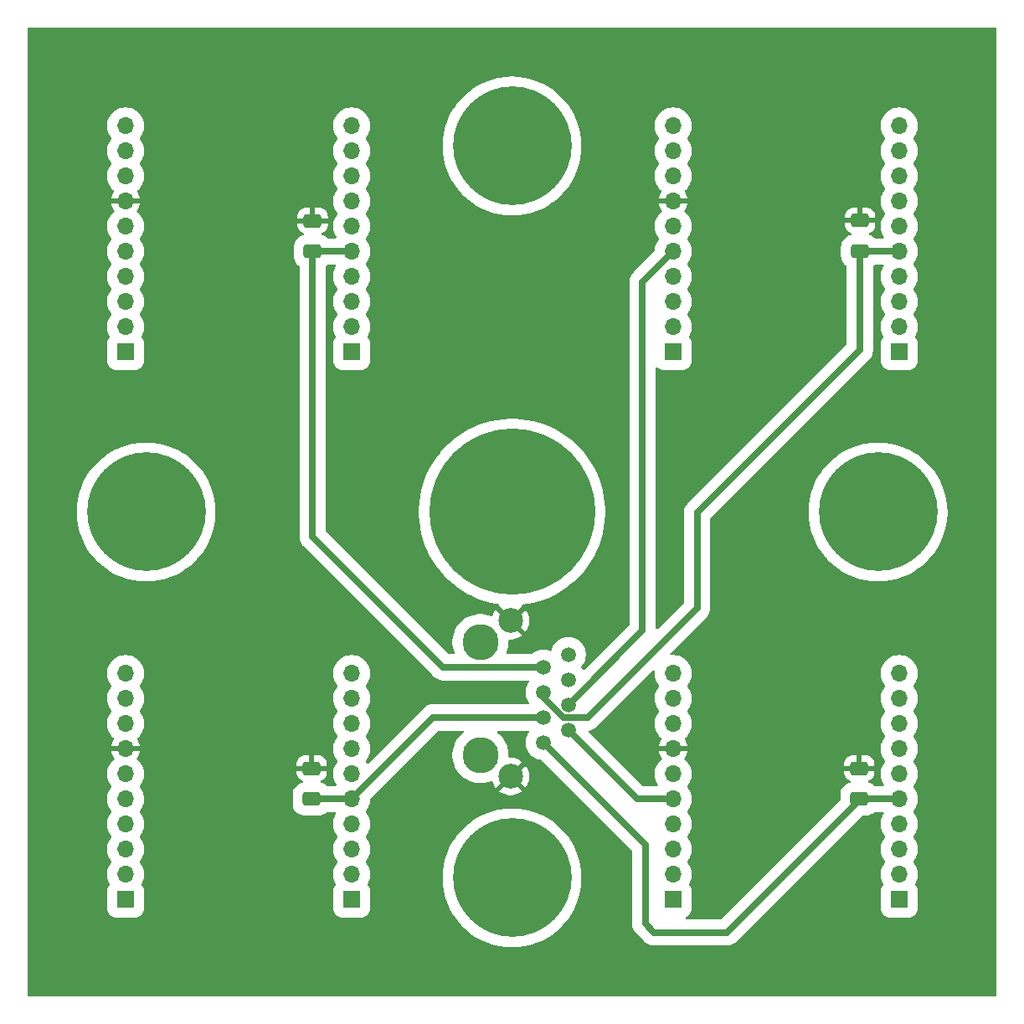
<source format=gbr>
%TF.GenerationSoftware,KiCad,Pcbnew,9.0.1-9.0.1-0~ubuntu24.04.1*%
%TF.CreationDate,2025-06-12T19:46:07-04:00*%
%TF.ProjectId,DarkQuest_SiPM_Motherboard,4461726b-5175-4657-9374-5f5369504d5f,11*%
%TF.SameCoordinates,Original*%
%TF.FileFunction,Copper,L2,Bot*%
%TF.FilePolarity,Positive*%
%FSLAX46Y46*%
G04 Gerber Fmt 4.6, Leading zero omitted, Abs format (unit mm)*
G04 Created by KiCad (PCBNEW 9.0.1-9.0.1-0~ubuntu24.04.1) date 2025-06-12 19:46:07*
%MOMM*%
%LPD*%
G01*
G04 APERTURE LIST*
G04 Aperture macros list*
%AMRoundRect*
0 Rectangle with rounded corners*
0 $1 Rounding radius*
0 $2 $3 $4 $5 $6 $7 $8 $9 X,Y pos of 4 corners*
0 Add a 4 corners polygon primitive as box body*
4,1,4,$2,$3,$4,$5,$6,$7,$8,$9,$2,$3,0*
0 Add four circle primitives for the rounded corners*
1,1,$1+$1,$2,$3*
1,1,$1+$1,$4,$5*
1,1,$1+$1,$6,$7*
1,1,$1+$1,$8,$9*
0 Add four rect primitives between the rounded corners*
20,1,$1+$1,$2,$3,$4,$5,0*
20,1,$1+$1,$4,$5,$6,$7,0*
20,1,$1+$1,$6,$7,$8,$9,0*
20,1,$1+$1,$8,$9,$2,$3,0*%
G04 Aperture macros list end*
%TA.AperFunction,ComponentPad*%
%ADD10C,16.800000*%
%TD*%
%TA.AperFunction,ComponentPad*%
%ADD11C,12.000000*%
%TD*%
%TA.AperFunction,ComponentPad*%
%ADD12R,1.700000X1.700000*%
%TD*%
%TA.AperFunction,ComponentPad*%
%ADD13O,1.700000X1.700000*%
%TD*%
%TA.AperFunction,SMDPad,CuDef*%
%ADD14RoundRect,0.250000X0.650000X-0.412500X0.650000X0.412500X-0.650000X0.412500X-0.650000X-0.412500X0*%
%TD*%
%TA.AperFunction,WasherPad*%
%ADD15C,3.650000*%
%TD*%
%TA.AperFunction,ComponentPad*%
%ADD16C,1.500000*%
%TD*%
%TA.AperFunction,ComponentPad*%
%ADD17C,2.500000*%
%TD*%
%TA.AperFunction,Conductor*%
%ADD18C,0.635000*%
%TD*%
G04 APERTURE END LIST*
D10*
%TO.P,H2,1*%
%TO.N,N/C*%
X100000000Y-100000000D03*
%TD*%
D11*
%TO.P,H3,1*%
%TO.N,N/C*%
X100000000Y-137000000D03*
%TD*%
%TO.P,H4,1*%
%TO.N,N/C*%
X137000000Y-100000000D03*
%TD*%
%TO.P,H5,1*%
%TO.N,N/C*%
X63000000Y-100000000D03*
%TD*%
%TO.P,H1,1*%
%TO.N,N/C*%
X100000000Y-63000000D03*
%TD*%
D12*
%TO.P,J3,*%
%TO.N,*%
X83774000Y-139192000D03*
D13*
X83774000Y-136652000D03*
X83774000Y-134112000D03*
X83774000Y-131572000D03*
X83774000Y-126492000D03*
X83774000Y-123952000D03*
X83774000Y-121412000D03*
X83774000Y-118872000D03*
X83774000Y-116332000D03*
D12*
X60914000Y-139192000D03*
D13*
X60914000Y-136652000D03*
X60914000Y-134112000D03*
X60914000Y-131572000D03*
X60914000Y-126492000D03*
X60914000Y-121412000D03*
X60914000Y-118872000D03*
X60914000Y-116332000D03*
%TO.P,J3,1,Anode*%
%TO.N,/A1*%
X60914000Y-129032000D03*
%TO.P,J3,2,GND*%
%TO.N,GND*%
X60914000Y-123952000D03*
%TO.P,J3,3,Cathode*%
%TO.N,/K1*%
X83774000Y-129032000D03*
%TD*%
D12*
%TO.P,J2,*%
%TO.N,*%
X139146000Y-139192000D03*
D13*
X139146000Y-136652000D03*
X139146000Y-134112000D03*
X139146000Y-131572000D03*
X139146000Y-126492000D03*
X139146000Y-123952000D03*
X139146000Y-121412000D03*
X139146000Y-118872000D03*
X139146000Y-116332000D03*
D12*
X116286000Y-139192000D03*
D13*
X116286000Y-136652000D03*
X116286000Y-134112000D03*
X116286000Y-131572000D03*
X116286000Y-126492000D03*
X116286000Y-121412000D03*
X116286000Y-118872000D03*
X116286000Y-116332000D03*
%TO.P,J2,1,Anode*%
%TO.N,/A0*%
X116286000Y-129032000D03*
%TO.P,J2,2,GND*%
%TO.N,GND*%
X116286000Y-123952000D03*
%TO.P,J2,3,Cathode*%
%TO.N,/K0*%
X139146000Y-129032000D03*
%TD*%
D12*
%TO.P,J4,*%
%TO.N,*%
X139146000Y-83820000D03*
D13*
X139146000Y-81280000D03*
X139146000Y-78740000D03*
X139146000Y-76200000D03*
X139146000Y-71120000D03*
X139146000Y-68580000D03*
X139146000Y-66040000D03*
X139146000Y-63500000D03*
X139146000Y-60960000D03*
D12*
X116286000Y-83820000D03*
D13*
X116286000Y-81280000D03*
X116286000Y-78740000D03*
X116286000Y-76200000D03*
X116286000Y-71120000D03*
X116286000Y-66040000D03*
X116286000Y-63500000D03*
X116286000Y-60960000D03*
%TO.P,J4,1,Anode*%
%TO.N,/A2*%
X116286000Y-73660000D03*
%TO.P,J4,2,GND*%
%TO.N,GND*%
X116286000Y-68580000D03*
%TO.P,J4,3,Cathode*%
%TO.N,/K2*%
X139146000Y-73660000D03*
%TD*%
D12*
%TO.P,J5,*%
%TO.N,*%
X83774000Y-83820000D03*
D13*
X83774000Y-81280000D03*
X83774000Y-78740000D03*
X83774000Y-76200000D03*
X83774000Y-71120000D03*
X83774000Y-68580000D03*
X83774000Y-66040000D03*
X83774000Y-63500000D03*
X83774000Y-60960000D03*
D12*
X60914000Y-83820000D03*
D13*
X60914000Y-81280000D03*
X60914000Y-78740000D03*
X60914000Y-76200000D03*
X60914000Y-71120000D03*
X60914000Y-66040000D03*
X60914000Y-63500000D03*
X60914000Y-60960000D03*
%TO.P,J5,1,Anode*%
%TO.N,/A3*%
X60914000Y-73660000D03*
%TO.P,J5,2,GND*%
%TO.N,GND*%
X60914000Y-68580000D03*
%TO.P,J5,3,Cathode*%
%TO.N,/K3*%
X83774000Y-73660000D03*
%TD*%
D14*
%TO.P,C3,1*%
%TO.N,/K2*%
X135178800Y-73647700D03*
%TO.P,C3,2*%
%TO.N,GND*%
X135178800Y-70522700D03*
%TD*%
D15*
%TO.P,J1,*%
%TO.N,*%
X96800000Y-124590000D03*
X96800000Y-113160000D03*
D16*
%TO.P,J1,1*%
%TO.N,/K0*%
X103150000Y-123320000D03*
%TO.P,J1,2*%
%TO.N,/A0*%
X105690000Y-122050000D03*
%TO.P,J1,3*%
%TO.N,/K1*%
X103150000Y-120780000D03*
%TO.P,J1,4*%
%TO.N,/A2*%
X105690000Y-119510000D03*
%TO.P,J1,5*%
%TO.N,/K2*%
X103150000Y-118240000D03*
%TO.P,J1,6*%
%TO.N,/A1*%
X105690000Y-116970000D03*
%TO.P,J1,7*%
%TO.N,/K3*%
X103150000Y-115700000D03*
%TO.P,J1,8*%
%TO.N,/A3*%
X105690000Y-114430000D03*
D17*
%TO.P,J1,SH*%
%TO.N,GND*%
X99850000Y-126750000D03*
X99850000Y-111000000D03*
%TD*%
D14*
%TO.P,C1,1*%
%TO.N,/K0*%
X135102600Y-129045100D03*
%TO.P,C1,2*%
%TO.N,GND*%
X135102600Y-125920100D03*
%TD*%
%TO.P,C2,1*%
%TO.N,/K1*%
X79730600Y-129045100D03*
%TO.P,C2,2*%
%TO.N,GND*%
X79730600Y-125920100D03*
%TD*%
%TO.P,C4,1*%
%TO.N,/K3*%
X79832200Y-73673100D03*
%TO.P,C4,2*%
%TO.N,GND*%
X79832200Y-70548100D03*
%TD*%
D18*
%TO.N,/K0*%
X121704500Y-142519400D02*
X135153400Y-129070500D01*
X113461800Y-141630400D02*
X114350800Y-142519400D01*
X139146000Y-129032000D02*
X135115700Y-129032000D01*
X113461800Y-133680200D02*
X113461800Y-141630400D01*
X114350800Y-142519400D02*
X121704500Y-142519400D01*
X103150000Y-123368400D02*
X113461800Y-133680200D01*
X135115700Y-129032000D02*
X135102600Y-129045100D01*
X103150000Y-123320000D02*
X103150000Y-123368400D01*
%TO.N,/A0*%
X105690000Y-122073000D02*
X105690000Y-122050000D01*
X116286000Y-129032000D02*
X112649000Y-129032000D01*
X112649000Y-129032000D02*
X105690000Y-122073000D01*
%TO.N,/K1*%
X83774000Y-129032000D02*
X92026000Y-120780000D01*
X92026000Y-120780000D02*
X103150000Y-120780000D01*
X83760900Y-129045100D02*
X83774000Y-129032000D01*
X79730600Y-129045100D02*
X83760900Y-129045100D01*
%TO.N,/K2*%
X107618300Y-120778500D02*
X105164570Y-120778500D01*
X135178800Y-73647700D02*
X135178800Y-83591400D01*
X135178800Y-83591400D02*
X118719600Y-100050600D01*
X118719600Y-100050600D02*
X118719600Y-109677200D01*
X105164570Y-120778500D02*
X103150000Y-118763930D01*
X135191100Y-73660000D02*
X135178800Y-73647700D01*
X103150000Y-118763930D02*
X103150000Y-118240000D01*
X118719600Y-109677200D02*
X107618300Y-120778500D01*
X139146000Y-73660000D02*
X135191100Y-73660000D01*
%TO.N,/K3*%
X79832200Y-102489000D02*
X79832200Y-73673100D01*
X79832200Y-73673100D02*
X83760900Y-73673100D01*
X103150000Y-115700000D02*
X93043200Y-115700000D01*
X93043200Y-115700000D02*
X79832200Y-102489000D01*
X83760900Y-73673100D02*
X83774000Y-73660000D01*
%TO.N,/A2*%
X105690000Y-119510000D02*
X113181500Y-112018500D01*
X113181500Y-112018500D02*
X113181500Y-76764500D01*
X113181500Y-76764500D02*
X116286000Y-73660000D01*
%TD*%
%TA.AperFunction,Conductor*%
%TO.N,GND*%
G36*
X114342589Y-116044936D02*
G01*
X114399425Y-116087483D01*
X114424236Y-116154003D01*
X114423479Y-116179436D01*
X114419500Y-116209656D01*
X114419500Y-116454339D01*
X114451434Y-116696910D01*
X114451436Y-116696917D01*
X114514762Y-116933254D01*
X114608395Y-117159303D01*
X114608396Y-117159304D01*
X114608401Y-117159315D01*
X114730729Y-117371193D01*
X114848976Y-117525296D01*
X114874576Y-117591517D01*
X114860311Y-117661065D01*
X114848976Y-117678704D01*
X114730729Y-117832806D01*
X114608401Y-118044684D01*
X114608396Y-118044695D01*
X114608395Y-118044697D01*
X114575457Y-118124217D01*
X114514762Y-118270746D01*
X114451434Y-118507089D01*
X114419500Y-118749660D01*
X114419500Y-118994339D01*
X114451434Y-119236910D01*
X114470889Y-119309518D01*
X114514762Y-119473254D01*
X114583442Y-119639061D01*
X114608395Y-119699303D01*
X114608401Y-119699315D01*
X114730729Y-119911193D01*
X114848976Y-120065296D01*
X114874576Y-120131517D01*
X114860311Y-120201065D01*
X114848976Y-120218704D01*
X114730729Y-120372806D01*
X114608401Y-120584684D01*
X114608396Y-120584695D01*
X114514762Y-120810746D01*
X114451434Y-121047089D01*
X114419500Y-121289660D01*
X114419500Y-121534339D01*
X114451434Y-121776910D01*
X114451436Y-121776917D01*
X114514762Y-122013254D01*
X114608395Y-122239303D01*
X114608396Y-122239304D01*
X114608401Y-122239315D01*
X114730729Y-122451193D01*
X114730731Y-122451196D01*
X114730732Y-122451197D01*
X114879680Y-122645310D01*
X114879684Y-122645314D01*
X114879689Y-122645320D01*
X115052677Y-122818308D01*
X115052689Y-122818319D01*
X115052690Y-122818320D01*
X115097472Y-122852682D01*
X115139338Y-122910019D01*
X115143560Y-122980890D01*
X115122704Y-123026704D01*
X115015915Y-123173687D01*
X114909797Y-123381956D01*
X114909794Y-123381962D01*
X114837567Y-123604256D01*
X114822719Y-123698000D01*
X115855297Y-123698000D01*
X115820075Y-123759007D01*
X115786000Y-123886174D01*
X115786000Y-124017826D01*
X115820075Y-124144993D01*
X115855297Y-124206000D01*
X114822719Y-124206000D01*
X114837567Y-124299743D01*
X114909794Y-124522037D01*
X114909797Y-124522043D01*
X115015916Y-124730313D01*
X115122703Y-124877293D01*
X115146562Y-124944161D01*
X115130481Y-125013312D01*
X115097473Y-125051315D01*
X115052695Y-125085676D01*
X115052677Y-125085691D01*
X114879689Y-125258679D01*
X114879680Y-125258690D01*
X114730729Y-125452806D01*
X114608401Y-125664684D01*
X114608396Y-125664695D01*
X114608395Y-125664697D01*
X114514762Y-125890746D01*
X114451434Y-126127089D01*
X114419500Y-126369660D01*
X114419500Y-126614339D01*
X114451434Y-126856910D01*
X114451436Y-126856917D01*
X114514762Y-127093254D01*
X114608395Y-127319303D01*
X114608396Y-127319304D01*
X114608401Y-127319315D01*
X114717916Y-127509000D01*
X114734654Y-127577995D01*
X114711434Y-127645087D01*
X114655627Y-127688974D01*
X114608797Y-127698000D01*
X113253751Y-127698000D01*
X113185630Y-127677998D01*
X113164656Y-127661095D01*
X107805580Y-122302019D01*
X107771554Y-122239707D01*
X107776619Y-122168892D01*
X107819166Y-122112056D01*
X107874961Y-122088476D01*
X107930679Y-122079652D01*
X108130378Y-122014766D01*
X108317468Y-121919439D01*
X108487343Y-121796018D01*
X114209464Y-116073895D01*
X114271774Y-116039872D01*
X114342589Y-116044936D01*
G37*
%TD.AperFunction*%
%TA.AperFunction,Conductor*%
G36*
X148942121Y-51020002D02*
G01*
X148988614Y-51073658D01*
X149000000Y-51126000D01*
X149000000Y-148874000D01*
X148979998Y-148942121D01*
X148926342Y-148988614D01*
X148874000Y-149000000D01*
X51126000Y-149000000D01*
X51057879Y-148979998D01*
X51011386Y-148926342D01*
X51000000Y-148874000D01*
X51000000Y-116209660D01*
X59047500Y-116209660D01*
X59047500Y-116454339D01*
X59079434Y-116696910D01*
X59079436Y-116696917D01*
X59142762Y-116933254D01*
X59236395Y-117159303D01*
X59236396Y-117159304D01*
X59236401Y-117159315D01*
X59358729Y-117371193D01*
X59476976Y-117525296D01*
X59502576Y-117591517D01*
X59488311Y-117661065D01*
X59476976Y-117678704D01*
X59358729Y-117832806D01*
X59236401Y-118044684D01*
X59236396Y-118044695D01*
X59236395Y-118044697D01*
X59203457Y-118124217D01*
X59142762Y-118270746D01*
X59079434Y-118507089D01*
X59047500Y-118749660D01*
X59047500Y-118994339D01*
X59079434Y-119236910D01*
X59098889Y-119309518D01*
X59142762Y-119473254D01*
X59211442Y-119639061D01*
X59236395Y-119699303D01*
X59236401Y-119699315D01*
X59358729Y-119911193D01*
X59476976Y-120065296D01*
X59502576Y-120131517D01*
X59488311Y-120201065D01*
X59476976Y-120218704D01*
X59358729Y-120372806D01*
X59236401Y-120584684D01*
X59236396Y-120584695D01*
X59142762Y-120810746D01*
X59079434Y-121047089D01*
X59047500Y-121289660D01*
X59047500Y-121534339D01*
X59079434Y-121776910D01*
X59079436Y-121776917D01*
X59142762Y-122013254D01*
X59236395Y-122239303D01*
X59236396Y-122239304D01*
X59236401Y-122239315D01*
X59358729Y-122451193D01*
X59358731Y-122451196D01*
X59358732Y-122451197D01*
X59507680Y-122645310D01*
X59507684Y-122645314D01*
X59507689Y-122645320D01*
X59680677Y-122818308D01*
X59680689Y-122818319D01*
X59680690Y-122818320D01*
X59725472Y-122852682D01*
X59767338Y-122910019D01*
X59771560Y-122980890D01*
X59750704Y-123026704D01*
X59643915Y-123173687D01*
X59537797Y-123381956D01*
X59537794Y-123381962D01*
X59465567Y-123604256D01*
X59450719Y-123698000D01*
X60483297Y-123698000D01*
X60448075Y-123759007D01*
X60414000Y-123886174D01*
X60414000Y-124017826D01*
X60448075Y-124144993D01*
X60483297Y-124206000D01*
X59450719Y-124206000D01*
X59465567Y-124299743D01*
X59537794Y-124522037D01*
X59537797Y-124522043D01*
X59643916Y-124730313D01*
X59750703Y-124877293D01*
X59774562Y-124944161D01*
X59758481Y-125013312D01*
X59725473Y-125051315D01*
X59680695Y-125085676D01*
X59680677Y-125085691D01*
X59507689Y-125258679D01*
X59507680Y-125258690D01*
X59358729Y-125452806D01*
X59236401Y-125664684D01*
X59236396Y-125664695D01*
X59236395Y-125664697D01*
X59142762Y-125890746D01*
X59079434Y-126127089D01*
X59047500Y-126369660D01*
X59047500Y-126614339D01*
X59079434Y-126856910D01*
X59079436Y-126856917D01*
X59142762Y-127093254D01*
X59236395Y-127319303D01*
X59236396Y-127319304D01*
X59236401Y-127319315D01*
X59358729Y-127531193D01*
X59476976Y-127685296D01*
X59502576Y-127751517D01*
X59488311Y-127821065D01*
X59476976Y-127838704D01*
X59358729Y-127992806D01*
X59236401Y-128204684D01*
X59236396Y-128204695D01*
X59236395Y-128204697D01*
X59233117Y-128212611D01*
X59142762Y-128430746D01*
X59079434Y-128667089D01*
X59047500Y-128909660D01*
X59047500Y-129154339D01*
X59079434Y-129396910D01*
X59079436Y-129396917D01*
X59142762Y-129633254D01*
X59236395Y-129859303D01*
X59236396Y-129859304D01*
X59236401Y-129859315D01*
X59358729Y-130071193D01*
X59476976Y-130225296D01*
X59502576Y-130291517D01*
X59488311Y-130361065D01*
X59476976Y-130378704D01*
X59358729Y-130532806D01*
X59236401Y-130744684D01*
X59236396Y-130744695D01*
X59142762Y-130970746D01*
X59079434Y-131207089D01*
X59047500Y-131449660D01*
X59047500Y-131694339D01*
X59079434Y-131936910D01*
X59079436Y-131936917D01*
X59142762Y-132173254D01*
X59236395Y-132399303D01*
X59236396Y-132399304D01*
X59236401Y-132399315D01*
X59358729Y-132611193D01*
X59476976Y-132765296D01*
X59502576Y-132831517D01*
X59488311Y-132901065D01*
X59476976Y-132918704D01*
X59358729Y-133072806D01*
X59236401Y-133284684D01*
X59236396Y-133284695D01*
X59236395Y-133284697D01*
X59142762Y-133510746D01*
X59079434Y-133747089D01*
X59047500Y-133989660D01*
X59047500Y-134234339D01*
X59079434Y-134476910D01*
X59079436Y-134476917D01*
X59142762Y-134713254D01*
X59236395Y-134939303D01*
X59236396Y-134939304D01*
X59236401Y-134939315D01*
X59358729Y-135151193D01*
X59476976Y-135305296D01*
X59502576Y-135371517D01*
X59488311Y-135441065D01*
X59476976Y-135458704D01*
X59358729Y-135612806D01*
X59236401Y-135824684D01*
X59236396Y-135824695D01*
X59142762Y-136050746D01*
X59079434Y-136287089D01*
X59047500Y-136529660D01*
X59047500Y-136774339D01*
X59079434Y-137016910D01*
X59079436Y-137016917D01*
X59142762Y-137253254D01*
X59236395Y-137479303D01*
X59236396Y-137479304D01*
X59236401Y-137479314D01*
X59283899Y-137561583D01*
X59300637Y-137630578D01*
X59277417Y-137697670D01*
X59272180Y-137704515D01*
X59214727Y-137774523D01*
X59214721Y-137774531D01*
X59120334Y-137951116D01*
X59120332Y-137951122D01*
X59062206Y-138142736D01*
X59062206Y-138142739D01*
X59047500Y-138292057D01*
X59047500Y-140091942D01*
X59062206Y-140241260D01*
X59062206Y-140241263D01*
X59120332Y-140432877D01*
X59120334Y-140432883D01*
X59214720Y-140609466D01*
X59214722Y-140609469D01*
X59341748Y-140764252D01*
X59496531Y-140891278D01*
X59496533Y-140891279D01*
X59656695Y-140976888D01*
X59673120Y-140985667D01*
X59864731Y-141043792D01*
X59864736Y-141043792D01*
X59864738Y-141043793D01*
X59974069Y-141054560D01*
X60014066Y-141058500D01*
X60014075Y-141058500D01*
X61813925Y-141058500D01*
X61813934Y-141058500D01*
X61911179Y-141048922D01*
X61963260Y-141043793D01*
X61963263Y-141043793D01*
X61963264Y-141043792D01*
X61963269Y-141043792D01*
X62154880Y-140985667D01*
X62331469Y-140891278D01*
X62486252Y-140764252D01*
X62613278Y-140609469D01*
X62707667Y-140432880D01*
X62765792Y-140241269D01*
X62780500Y-140091934D01*
X62780500Y-138292066D01*
X62765793Y-138142739D01*
X62765793Y-138142736D01*
X62765792Y-138142733D01*
X62765792Y-138142731D01*
X62707667Y-137951120D01*
X62613278Y-137774531D01*
X62555817Y-137704514D01*
X62528065Y-137639169D01*
X62540047Y-137569190D01*
X62544088Y-137561604D01*
X62591605Y-137479303D01*
X62685238Y-137253254D01*
X62748564Y-137016917D01*
X62780500Y-136774337D01*
X62780500Y-136529663D01*
X62748564Y-136287083D01*
X62685238Y-136050746D01*
X62591605Y-135824697D01*
X62591599Y-135824688D01*
X62591598Y-135824684D01*
X62469267Y-135612801D01*
X62351024Y-135458704D01*
X62325423Y-135392484D01*
X62339688Y-135322935D01*
X62351024Y-135305296D01*
X62469267Y-135151198D01*
X62591598Y-134939315D01*
X62591597Y-134939315D01*
X62591605Y-134939303D01*
X62685238Y-134713254D01*
X62748564Y-134476917D01*
X62780500Y-134234337D01*
X62780500Y-133989663D01*
X62748564Y-133747083D01*
X62685238Y-133510746D01*
X62591605Y-133284697D01*
X62591599Y-133284688D01*
X62591598Y-133284684D01*
X62469267Y-133072801D01*
X62351024Y-132918704D01*
X62325423Y-132852484D01*
X62339688Y-132782935D01*
X62351024Y-132765296D01*
X62469267Y-132611198D01*
X62478875Y-132594558D01*
X62591605Y-132399303D01*
X62685238Y-132173254D01*
X62748564Y-131936917D01*
X62780500Y-131694337D01*
X62780500Y-131449663D01*
X62748564Y-131207083D01*
X62685238Y-130970746D01*
X62591605Y-130744697D01*
X62591599Y-130744688D01*
X62591598Y-130744684D01*
X62469267Y-130532801D01*
X62351024Y-130378704D01*
X62325423Y-130312484D01*
X62339688Y-130242935D01*
X62351024Y-130225296D01*
X62406765Y-130152651D01*
X62469268Y-130071197D01*
X62591605Y-129859303D01*
X62685238Y-129633254D01*
X62748564Y-129396917D01*
X62780500Y-129154337D01*
X62780500Y-128909663D01*
X62748564Y-128667083D01*
X62721896Y-128567558D01*
X77814100Y-128567558D01*
X77814100Y-129522642D01*
X77824637Y-129656525D01*
X77824637Y-129656528D01*
X77824638Y-129656529D01*
X77880339Y-129877585D01*
X77880342Y-129877594D01*
X77974618Y-130085149D01*
X77974620Y-130085152D01*
X77974621Y-130085154D01*
X78035438Y-130172939D01*
X78104449Y-130272551D01*
X78104457Y-130272560D01*
X78265639Y-130433742D01*
X78265648Y-130433750D01*
X78265650Y-130433752D01*
X78453046Y-130563579D01*
X78660611Y-130657860D01*
X78881675Y-130713563D01*
X79015558Y-130724100D01*
X79015561Y-130724100D01*
X80445639Y-130724100D01*
X80445642Y-130724100D01*
X80579525Y-130713563D01*
X80800589Y-130657860D01*
X81008154Y-130563579D01*
X81195550Y-130433752D01*
X81195560Y-130433742D01*
X81213298Y-130416005D01*
X81275610Y-130381979D01*
X81302393Y-130379100D01*
X82089234Y-130379100D01*
X82157355Y-130399102D01*
X82203848Y-130452758D01*
X82213952Y-130523032D01*
X82198353Y-130568100D01*
X82096401Y-130744684D01*
X82096396Y-130744695D01*
X82002762Y-130970746D01*
X81939434Y-131207089D01*
X81907500Y-131449660D01*
X81907500Y-131694339D01*
X81939434Y-131936910D01*
X81939436Y-131936917D01*
X82002762Y-132173254D01*
X82096395Y-132399303D01*
X82096396Y-132399304D01*
X82096401Y-132399315D01*
X82218729Y-132611193D01*
X82336976Y-132765296D01*
X82362576Y-132831517D01*
X82348311Y-132901065D01*
X82336976Y-132918704D01*
X82218729Y-133072806D01*
X82096401Y-133284684D01*
X82096396Y-133284695D01*
X82096395Y-133284697D01*
X82002762Y-133510746D01*
X81939434Y-133747089D01*
X81907500Y-133989660D01*
X81907500Y-134234339D01*
X81939434Y-134476910D01*
X81939436Y-134476917D01*
X82002762Y-134713254D01*
X82096395Y-134939303D01*
X82096396Y-134939304D01*
X82096401Y-134939315D01*
X82218729Y-135151193D01*
X82336976Y-135305296D01*
X82362576Y-135371517D01*
X82348311Y-135441065D01*
X82336976Y-135458704D01*
X82218729Y-135612806D01*
X82096401Y-135824684D01*
X82096396Y-135824695D01*
X82002762Y-136050746D01*
X81939434Y-136287089D01*
X81907500Y-136529660D01*
X81907500Y-136774339D01*
X81939434Y-137016910D01*
X81939436Y-137016917D01*
X82002762Y-137253254D01*
X82096395Y-137479303D01*
X82096396Y-137479304D01*
X82096401Y-137479314D01*
X82143899Y-137561583D01*
X82160637Y-137630578D01*
X82137417Y-137697670D01*
X82132180Y-137704515D01*
X82074727Y-137774523D01*
X82074721Y-137774531D01*
X81980334Y-137951116D01*
X81980332Y-137951122D01*
X81922206Y-138142736D01*
X81922206Y-138142739D01*
X81907500Y-138292057D01*
X81907500Y-140091942D01*
X81922206Y-140241260D01*
X81922206Y-140241263D01*
X81980332Y-140432877D01*
X81980334Y-140432883D01*
X82074720Y-140609466D01*
X82074722Y-140609469D01*
X82201748Y-140764252D01*
X82356531Y-140891278D01*
X82356533Y-140891279D01*
X82516695Y-140976888D01*
X82533120Y-140985667D01*
X82724731Y-141043792D01*
X82724736Y-141043792D01*
X82724738Y-141043793D01*
X82834069Y-141054560D01*
X82874066Y-141058500D01*
X82874075Y-141058500D01*
X84673925Y-141058500D01*
X84673934Y-141058500D01*
X84771179Y-141048922D01*
X84823260Y-141043793D01*
X84823263Y-141043793D01*
X84823264Y-141043792D01*
X84823269Y-141043792D01*
X85014880Y-140985667D01*
X85191469Y-140891278D01*
X85346252Y-140764252D01*
X85473278Y-140609469D01*
X85567667Y-140432880D01*
X85625792Y-140241269D01*
X85640500Y-140091934D01*
X85640500Y-138292066D01*
X85625793Y-138142739D01*
X85625793Y-138142736D01*
X85625792Y-138142733D01*
X85625792Y-138142731D01*
X85567667Y-137951120D01*
X85473278Y-137774531D01*
X85415817Y-137704514D01*
X85388065Y-137639169D01*
X85400047Y-137569190D01*
X85404088Y-137561604D01*
X85451605Y-137479303D01*
X85545238Y-137253254D01*
X85608564Y-137016917D01*
X85640500Y-136774337D01*
X85640500Y-136749405D01*
X92983500Y-136749405D01*
X92983500Y-137250595D01*
X92992841Y-137381204D01*
X93019252Y-137750497D01*
X93019255Y-137750526D01*
X93090578Y-138246581D01*
X93090580Y-138246594D01*
X93090581Y-138246596D01*
X93197116Y-138736333D01*
X93338318Y-139217221D01*
X93513466Y-139686810D01*
X93698483Y-140091942D01*
X93721672Y-140142717D01*
X93880111Y-140432877D01*
X93961862Y-140582593D01*
X94232826Y-141004220D01*
X94533178Y-141405444D01*
X94861388Y-141784218D01*
X94861393Y-141784223D01*
X94861400Y-141784231D01*
X95215768Y-142138599D01*
X95215775Y-142138605D01*
X95215782Y-142138612D01*
X95594556Y-142466822D01*
X95995780Y-142767174D01*
X96417407Y-143038138D01*
X96857291Y-143278332D01*
X97313190Y-143486534D01*
X97782779Y-143661682D01*
X98263667Y-143802884D01*
X98753404Y-143909419D01*
X98753418Y-143909421D01*
X99249473Y-143980744D01*
X99249502Y-143980747D01*
X99448925Y-143995009D01*
X99749405Y-144016500D01*
X99749411Y-144016500D01*
X100250589Y-144016500D01*
X100250595Y-144016500D01*
X100584528Y-143992616D01*
X100750497Y-143980747D01*
X100750503Y-143980746D01*
X100750508Y-143980746D01*
X100750511Y-143980745D01*
X100750526Y-143980744D01*
X101142212Y-143924427D01*
X101246596Y-143909419D01*
X101736333Y-143802884D01*
X102217221Y-143661682D01*
X102686810Y-143486534D01*
X103142709Y-143278332D01*
X103582593Y-143038138D01*
X104004220Y-142767174D01*
X104405444Y-142466822D01*
X104784218Y-142138612D01*
X105138612Y-141784218D01*
X105466822Y-141405444D01*
X105767174Y-141004220D01*
X106038138Y-140582593D01*
X106278332Y-140142709D01*
X106486534Y-139686810D01*
X106661682Y-139217221D01*
X106802884Y-138736333D01*
X106909419Y-138246596D01*
X106951902Y-137951122D01*
X106980744Y-137750526D01*
X106980747Y-137750497D01*
X107000142Y-137479312D01*
X107016500Y-137250595D01*
X107016500Y-136749405D01*
X106980746Y-136249492D01*
X106980745Y-136249491D01*
X106980744Y-136249473D01*
X106909421Y-135753418D01*
X106909419Y-135753404D01*
X106802884Y-135263667D01*
X106661682Y-134782779D01*
X106486534Y-134313190D01*
X106278332Y-133857291D01*
X106038138Y-133417407D01*
X105767174Y-132995780D01*
X105466822Y-132594556D01*
X105138612Y-132215782D01*
X105138605Y-132215775D01*
X105138599Y-132215768D01*
X104784231Y-131861400D01*
X104784223Y-131861393D01*
X104784218Y-131861388D01*
X104405444Y-131533178D01*
X104004220Y-131232826D01*
X103582593Y-130961862D01*
X103142716Y-130721672D01*
X103142717Y-130721672D01*
X103142712Y-130721670D01*
X103142709Y-130721668D01*
X102686810Y-130513466D01*
X102686803Y-130513463D01*
X102217222Y-130338318D01*
X101736344Y-130197119D01*
X101736340Y-130197118D01*
X101736333Y-130197116D01*
X101246596Y-130090581D01*
X101246594Y-130090580D01*
X101246581Y-130090578D01*
X100750526Y-130019255D01*
X100750497Y-130019252D01*
X100381204Y-129992841D01*
X100250595Y-129983500D01*
X99749405Y-129983500D01*
X99624246Y-129992451D01*
X99249502Y-130019252D01*
X99249473Y-130019255D01*
X98753418Y-130090578D01*
X98753394Y-130090583D01*
X98601381Y-130123651D01*
X98263667Y-130197116D01*
X98263661Y-130197117D01*
X98263655Y-130197119D01*
X97782777Y-130338318D01*
X97313196Y-130513463D01*
X97313189Y-130513466D01*
X96857282Y-130721672D01*
X96417404Y-130961863D01*
X95995781Y-131232825D01*
X95594558Y-131533176D01*
X95215768Y-131861400D01*
X94861400Y-132215768D01*
X94533176Y-132594558D01*
X94232825Y-132995781D01*
X93961863Y-133417404D01*
X93721672Y-133857282D01*
X93513466Y-134313189D01*
X93513463Y-134313196D01*
X93338318Y-134782777D01*
X93197119Y-135263655D01*
X93197117Y-135263661D01*
X93197116Y-135263667D01*
X93123651Y-135601381D01*
X93090583Y-135753394D01*
X93090578Y-135753418D01*
X93019255Y-136249473D01*
X93019252Y-136249502D01*
X92991284Y-136640564D01*
X92983500Y-136749405D01*
X85640500Y-136749405D01*
X85640500Y-136529663D01*
X85608564Y-136287083D01*
X85545238Y-136050746D01*
X85451605Y-135824697D01*
X85451599Y-135824688D01*
X85451598Y-135824684D01*
X85329267Y-135612801D01*
X85211024Y-135458704D01*
X85185423Y-135392484D01*
X85199688Y-135322935D01*
X85211024Y-135305296D01*
X85329267Y-135151198D01*
X85451598Y-134939315D01*
X85451597Y-134939315D01*
X85451605Y-134939303D01*
X85545238Y-134713254D01*
X85608564Y-134476917D01*
X85640500Y-134234337D01*
X85640500Y-133989663D01*
X85608564Y-133747083D01*
X85545238Y-133510746D01*
X85451605Y-133284697D01*
X85451599Y-133284688D01*
X85451598Y-133284684D01*
X85329267Y-133072801D01*
X85211024Y-132918704D01*
X85185423Y-132852484D01*
X85199688Y-132782935D01*
X85211024Y-132765296D01*
X85329267Y-132611198D01*
X85338875Y-132594558D01*
X85451605Y-132399303D01*
X85545238Y-132173254D01*
X85608564Y-131936917D01*
X85640500Y-131694337D01*
X85640500Y-131449663D01*
X85608564Y-131207083D01*
X85545238Y-130970746D01*
X85451605Y-130744697D01*
X85451599Y-130744688D01*
X85451598Y-130744684D01*
X85329267Y-130532801D01*
X85211024Y-130378704D01*
X85185423Y-130312484D01*
X85199688Y-130242935D01*
X85211024Y-130225296D01*
X85266765Y-130152651D01*
X85329268Y-130071197D01*
X85451605Y-129859303D01*
X85545238Y-129633254D01*
X85608564Y-129396917D01*
X85640500Y-129154337D01*
X85640500Y-129104251D01*
X85660502Y-129036130D01*
X85677405Y-129015156D01*
X92541656Y-122150905D01*
X92603968Y-122116879D01*
X92630751Y-122114000D01*
X94987307Y-122114000D01*
X95055428Y-122134002D01*
X95101921Y-122187658D01*
X95112025Y-122257932D01*
X95082531Y-122322512D01*
X95065867Y-122338511D01*
X94903589Y-122467922D01*
X94677922Y-122693589D01*
X94478930Y-122943117D01*
X94309135Y-123213343D01*
X94170664Y-123500882D01*
X94170653Y-123500909D01*
X94065252Y-123802126D01*
X93994234Y-124113277D01*
X93958500Y-124430423D01*
X93958500Y-124749576D01*
X93994234Y-125066722D01*
X94021301Y-125185310D01*
X94065251Y-125377867D01*
X94065253Y-125377873D01*
X94065252Y-125377873D01*
X94170653Y-125679090D01*
X94170664Y-125679117D01*
X94309135Y-125966656D01*
X94478930Y-126236882D01*
X94677922Y-126486410D01*
X94903589Y-126712077D01*
X95153117Y-126911069D01*
X95423343Y-127080864D01*
X95423346Y-127080865D01*
X95423347Y-127080866D01*
X95710892Y-127219340D01*
X95710908Y-127219345D01*
X95710909Y-127219346D01*
X96012126Y-127324747D01*
X96012129Y-127324747D01*
X96012133Y-127324749D01*
X96323281Y-127395766D01*
X96548164Y-127421104D01*
X96640423Y-127431500D01*
X96640425Y-127431500D01*
X96959577Y-127431500D01*
X97040120Y-127422424D01*
X97276719Y-127395766D01*
X97587867Y-127324749D01*
X97587873Y-127324747D01*
X97884502Y-127220952D01*
X97955406Y-127217332D01*
X98017011Y-127252621D01*
X98047824Y-127307270D01*
X98061206Y-127357213D01*
X98155767Y-127585504D01*
X98155773Y-127585515D01*
X98279313Y-127799493D01*
X98349641Y-127891147D01*
X99094227Y-127146561D01*
X99096740Y-127152626D01*
X99189762Y-127291844D01*
X99308156Y-127410238D01*
X99447374Y-127503260D01*
X99453437Y-127505771D01*
X98708851Y-128250357D01*
X98800506Y-128320686D01*
X99014484Y-128444226D01*
X99014495Y-128444232D01*
X99242786Y-128538793D01*
X99481470Y-128602748D01*
X99481475Y-128602749D01*
X99726447Y-128634999D01*
X99726459Y-128635000D01*
X99973541Y-128635000D01*
X99973552Y-128634999D01*
X100218524Y-128602749D01*
X100218529Y-128602748D01*
X100457213Y-128538793D01*
X100685504Y-128444232D01*
X100685515Y-128444226D01*
X100899493Y-128320686D01*
X100899499Y-128320682D01*
X100991146Y-128250358D01*
X100991147Y-128250356D01*
X100246562Y-127505771D01*
X100252626Y-127503260D01*
X100391844Y-127410238D01*
X100510238Y-127291844D01*
X100603260Y-127152626D01*
X100605771Y-127146562D01*
X101350356Y-127891147D01*
X101350358Y-127891146D01*
X101420682Y-127799499D01*
X101420686Y-127799493D01*
X101544226Y-127585515D01*
X101544232Y-127585504D01*
X101638793Y-127357213D01*
X101702748Y-127118529D01*
X101702749Y-127118524D01*
X101734999Y-126873552D01*
X101735000Y-126873540D01*
X101735000Y-126626459D01*
X101734999Y-126626447D01*
X101702749Y-126381475D01*
X101702748Y-126381470D01*
X101638793Y-126142786D01*
X101544232Y-125914495D01*
X101544226Y-125914484D01*
X101420686Y-125700506D01*
X101350357Y-125608851D01*
X100605771Y-126353437D01*
X100603260Y-126347374D01*
X100510238Y-126208156D01*
X100391844Y-126089762D01*
X100252626Y-125996740D01*
X100246561Y-125994227D01*
X100991147Y-125249641D01*
X100899493Y-125179313D01*
X100685515Y-125055773D01*
X100685504Y-125055767D01*
X100457213Y-124961206D01*
X100218529Y-124897251D01*
X100218524Y-124897250D01*
X99973552Y-124865000D01*
X99767500Y-124865000D01*
X99699379Y-124844998D01*
X99652886Y-124791342D01*
X99641500Y-124739000D01*
X99641500Y-124430423D01*
X99626775Y-124299743D01*
X99605766Y-124113281D01*
X99534749Y-123802133D01*
X99498311Y-123698000D01*
X99429346Y-123500909D01*
X99429345Y-123500908D01*
X99429340Y-123500892D01*
X99290866Y-123213347D01*
X99290865Y-123213346D01*
X99290864Y-123213343D01*
X99121069Y-122943117D01*
X98922077Y-122693589D01*
X98696410Y-122467922D01*
X98534133Y-122338511D01*
X98493345Y-122280400D01*
X98490450Y-122209463D01*
X98526365Y-122148220D01*
X98589689Y-122116118D01*
X98612693Y-122114000D01*
X101593270Y-122114000D01*
X101661391Y-122134002D01*
X101707884Y-122187658D01*
X101717988Y-122257932D01*
X101693233Y-122316703D01*
X101678058Y-122336478D01*
X101678055Y-122336483D01*
X101562281Y-122537009D01*
X101562276Y-122537019D01*
X101473659Y-122750959D01*
X101413724Y-122974641D01*
X101383500Y-123204215D01*
X101383500Y-123435784D01*
X101413724Y-123665358D01*
X101413725Y-123665364D01*
X101413726Y-123665366D01*
X101473659Y-123889041D01*
X101562275Y-124102979D01*
X101562276Y-124102980D01*
X101562281Y-124102990D01*
X101678055Y-124303516D01*
X101678060Y-124303523D01*
X101819021Y-124487227D01*
X101819040Y-124487248D01*
X101982751Y-124650959D01*
X101982761Y-124650968D01*
X101982767Y-124650974D01*
X101982770Y-124650976D01*
X101982772Y-124650978D01*
X102166476Y-124791939D01*
X102166483Y-124791944D01*
X102314313Y-124877294D01*
X102367021Y-124907725D01*
X102580959Y-124996341D01*
X102804634Y-125056274D01*
X102804638Y-125056274D01*
X102804640Y-125056275D01*
X102879602Y-125066144D01*
X102931147Y-125072930D01*
X102996074Y-125101652D01*
X103003796Y-125108757D01*
X112090895Y-134195856D01*
X112124921Y-134258168D01*
X112127800Y-134284951D01*
X112127800Y-141525412D01*
X112127800Y-141735388D01*
X112160648Y-141942779D01*
X112160649Y-141942783D01*
X112224277Y-142138612D01*
X112225534Y-142142478D01*
X112320861Y-142329568D01*
X112444282Y-142499443D01*
X113333282Y-143388443D01*
X113481757Y-143536918D01*
X113651632Y-143660339D01*
X113838722Y-143755666D01*
X114038421Y-143820552D01*
X114245812Y-143853400D01*
X114245815Y-143853400D01*
X121809485Y-143853400D01*
X121809488Y-143853400D01*
X122016879Y-143820552D01*
X122216578Y-143755666D01*
X122403668Y-143660339D01*
X122573543Y-143536918D01*
X135349456Y-130761005D01*
X135411768Y-130726979D01*
X135438551Y-130724100D01*
X135817639Y-130724100D01*
X135817642Y-130724100D01*
X135951525Y-130713563D01*
X136172589Y-130657860D01*
X136380154Y-130563579D01*
X136567550Y-130433752D01*
X136567560Y-130433742D01*
X136598398Y-130402905D01*
X136660710Y-130368879D01*
X136687493Y-130366000D01*
X137468797Y-130366000D01*
X137536918Y-130386002D01*
X137583411Y-130439658D01*
X137593515Y-130509932D01*
X137577916Y-130555000D01*
X137468401Y-130744684D01*
X137468396Y-130744695D01*
X137374762Y-130970746D01*
X137311434Y-131207089D01*
X137279500Y-131449660D01*
X137279500Y-131694339D01*
X137311434Y-131936910D01*
X137311436Y-131936917D01*
X137374762Y-132173254D01*
X137468395Y-132399303D01*
X137468396Y-132399304D01*
X137468401Y-132399315D01*
X137590729Y-132611193D01*
X137708976Y-132765296D01*
X137734576Y-132831517D01*
X137720311Y-132901065D01*
X137708976Y-132918704D01*
X137590729Y-133072806D01*
X137468401Y-133284684D01*
X137468396Y-133284695D01*
X137468395Y-133284697D01*
X137374762Y-133510746D01*
X137311434Y-133747089D01*
X137279500Y-133989660D01*
X137279500Y-134234339D01*
X137311434Y-134476910D01*
X137311436Y-134476917D01*
X137374762Y-134713254D01*
X137468395Y-134939303D01*
X137468396Y-134939304D01*
X137468401Y-134939315D01*
X137590729Y-135151193D01*
X137708976Y-135305296D01*
X137734576Y-135371517D01*
X137720311Y-135441065D01*
X137708976Y-135458704D01*
X137590729Y-135612806D01*
X137468401Y-135824684D01*
X137468396Y-135824695D01*
X137374762Y-136050746D01*
X137311434Y-136287089D01*
X137279500Y-136529660D01*
X137279500Y-136774339D01*
X137311434Y-137016910D01*
X137311436Y-137016917D01*
X137374762Y-137253254D01*
X137468395Y-137479303D01*
X137468396Y-137479304D01*
X137468401Y-137479314D01*
X137515899Y-137561583D01*
X137532637Y-137630578D01*
X137509417Y-137697670D01*
X137504180Y-137704515D01*
X137446727Y-137774523D01*
X137446721Y-137774531D01*
X137352334Y-137951116D01*
X137352332Y-137951122D01*
X137294206Y-138142736D01*
X137294206Y-138142739D01*
X137279500Y-138292057D01*
X137279500Y-140091942D01*
X137294206Y-140241260D01*
X137294206Y-140241263D01*
X137352332Y-140432877D01*
X137352334Y-140432883D01*
X137446720Y-140609466D01*
X137446722Y-140609469D01*
X137573748Y-140764252D01*
X137728531Y-140891278D01*
X137728533Y-140891279D01*
X137888695Y-140976888D01*
X137905120Y-140985667D01*
X138096731Y-141043792D01*
X138096736Y-141043792D01*
X138096738Y-141043793D01*
X138206069Y-141054560D01*
X138246066Y-141058500D01*
X138246075Y-141058500D01*
X140045925Y-141058500D01*
X140045934Y-141058500D01*
X140143179Y-141048922D01*
X140195260Y-141043793D01*
X140195263Y-141043793D01*
X140195264Y-141043792D01*
X140195269Y-141043792D01*
X140386880Y-140985667D01*
X140563469Y-140891278D01*
X140718252Y-140764252D01*
X140845278Y-140609469D01*
X140939667Y-140432880D01*
X140997792Y-140241269D01*
X141012500Y-140091934D01*
X141012500Y-138292066D01*
X140997793Y-138142739D01*
X140997793Y-138142736D01*
X140997792Y-138142733D01*
X140997792Y-138142731D01*
X140939667Y-137951120D01*
X140845278Y-137774531D01*
X140787817Y-137704514D01*
X140760065Y-137639169D01*
X140772047Y-137569190D01*
X140776088Y-137561604D01*
X140823605Y-137479303D01*
X140917238Y-137253254D01*
X140980564Y-137016917D01*
X141012500Y-136774337D01*
X141012500Y-136529663D01*
X140980564Y-136287083D01*
X140917238Y-136050746D01*
X140823605Y-135824697D01*
X140823599Y-135824688D01*
X140823598Y-135824684D01*
X140701267Y-135612801D01*
X140583024Y-135458704D01*
X140557423Y-135392484D01*
X140571688Y-135322935D01*
X140583024Y-135305296D01*
X140701267Y-135151198D01*
X140823598Y-134939315D01*
X140823597Y-134939315D01*
X140823605Y-134939303D01*
X140917238Y-134713254D01*
X140980564Y-134476917D01*
X141012500Y-134234337D01*
X141012500Y-133989663D01*
X140980564Y-133747083D01*
X140917238Y-133510746D01*
X140823605Y-133284697D01*
X140823599Y-133284688D01*
X140823598Y-133284684D01*
X140701267Y-133072801D01*
X140583024Y-132918704D01*
X140557423Y-132852484D01*
X140571688Y-132782935D01*
X140583024Y-132765296D01*
X140701267Y-132611198D01*
X140710875Y-132594558D01*
X140823605Y-132399303D01*
X140917238Y-132173254D01*
X140980564Y-131936917D01*
X141012500Y-131694337D01*
X141012500Y-131449663D01*
X140980564Y-131207083D01*
X140917238Y-130970746D01*
X140823605Y-130744697D01*
X140823599Y-130744688D01*
X140823598Y-130744684D01*
X140701267Y-130532801D01*
X140583024Y-130378704D01*
X140557423Y-130312484D01*
X140571688Y-130242935D01*
X140583024Y-130225296D01*
X140638765Y-130152651D01*
X140701268Y-130071197D01*
X140823605Y-129859303D01*
X140917238Y-129633254D01*
X140980564Y-129396917D01*
X141012500Y-129154337D01*
X141012500Y-128909663D01*
X140980564Y-128667083D01*
X140917238Y-128430746D01*
X140823605Y-128204697D01*
X140823599Y-128204688D01*
X140823598Y-128204684D01*
X140701267Y-127992801D01*
X140583024Y-127838704D01*
X140557423Y-127772484D01*
X140571688Y-127702935D01*
X140583024Y-127685296D01*
X140701267Y-127531198D01*
X140703912Y-127526618D01*
X140823605Y-127319303D01*
X140917238Y-127093254D01*
X140980564Y-126856917D01*
X141012500Y-126614337D01*
X141012500Y-126369663D01*
X140980564Y-126127083D01*
X140917238Y-125890746D01*
X140823605Y-125664697D01*
X140823599Y-125664688D01*
X140823598Y-125664684D01*
X140701267Y-125452801D01*
X140583024Y-125298704D01*
X140557423Y-125232484D01*
X140571688Y-125162935D01*
X140583024Y-125145296D01*
X140676912Y-125022938D01*
X140701268Y-124991197D01*
X140823605Y-124779303D01*
X140917238Y-124553254D01*
X140980564Y-124316917D01*
X141012500Y-124074337D01*
X141012500Y-123829663D01*
X140980564Y-123587083D01*
X140917238Y-123350746D01*
X140823605Y-123124697D01*
X140823599Y-123124688D01*
X140823598Y-123124684D01*
X140701267Y-122912801D01*
X140583024Y-122758704D01*
X140557423Y-122692484D01*
X140571688Y-122622935D01*
X140583024Y-122605296D01*
X140701267Y-122451198D01*
X140812850Y-122257932D01*
X140823605Y-122239303D01*
X140917238Y-122013254D01*
X140980564Y-121776917D01*
X141012500Y-121534337D01*
X141012500Y-121289663D01*
X140980564Y-121047083D01*
X140917238Y-120810746D01*
X140823605Y-120584697D01*
X140823599Y-120584688D01*
X140823598Y-120584684D01*
X140701267Y-120372801D01*
X140583024Y-120218704D01*
X140557423Y-120152484D01*
X140571688Y-120082935D01*
X140583024Y-120065296D01*
X140701267Y-119911198D01*
X140787129Y-119762482D01*
X140823605Y-119699303D01*
X140917238Y-119473254D01*
X140980564Y-119236917D01*
X141012500Y-118994337D01*
X141012500Y-118749663D01*
X140980564Y-118507083D01*
X140917238Y-118270746D01*
X140823605Y-118044697D01*
X140823599Y-118044688D01*
X140823598Y-118044684D01*
X140701267Y-117832801D01*
X140583024Y-117678704D01*
X140557423Y-117612484D01*
X140571688Y-117542935D01*
X140583024Y-117525296D01*
X140701267Y-117371198D01*
X140812850Y-117177932D01*
X140823605Y-117159303D01*
X140917238Y-116933254D01*
X140980564Y-116696917D01*
X141012500Y-116454337D01*
X141012500Y-116209663D01*
X140980564Y-115967083D01*
X140917238Y-115730746D01*
X140823605Y-115504697D01*
X140823599Y-115504688D01*
X140823598Y-115504684D01*
X140701270Y-115292806D01*
X140640025Y-115212990D01*
X140552320Y-115098690D01*
X140552314Y-115098684D01*
X140552310Y-115098679D01*
X140379320Y-114925689D01*
X140379314Y-114925684D01*
X140379310Y-114925680D01*
X140185197Y-114776732D01*
X140185196Y-114776731D01*
X140185193Y-114776729D01*
X139973315Y-114654401D01*
X139973307Y-114654397D01*
X139973303Y-114654395D01*
X139747254Y-114560762D01*
X139510917Y-114497436D01*
X139510910Y-114497434D01*
X139268339Y-114465500D01*
X139268337Y-114465500D01*
X139023663Y-114465500D01*
X139023660Y-114465500D01*
X138781089Y-114497434D01*
X138544746Y-114560762D01*
X138318695Y-114654396D01*
X138318684Y-114654401D01*
X138106806Y-114776729D01*
X137912690Y-114925680D01*
X137912679Y-114925689D01*
X137739689Y-115098679D01*
X137739680Y-115098690D01*
X137590729Y-115292806D01*
X137468401Y-115504684D01*
X137468396Y-115504695D01*
X137374762Y-115730746D01*
X137311434Y-115967089D01*
X137279500Y-116209660D01*
X137279500Y-116454339D01*
X137311434Y-116696910D01*
X137311436Y-116696917D01*
X137374762Y-116933254D01*
X137468395Y-117159303D01*
X137468396Y-117159304D01*
X137468401Y-117159315D01*
X137590729Y-117371193D01*
X137708976Y-117525296D01*
X137734576Y-117591517D01*
X137720311Y-117661065D01*
X137708976Y-117678704D01*
X137590729Y-117832806D01*
X137468401Y-118044684D01*
X137468396Y-118044695D01*
X137468395Y-118044697D01*
X137435457Y-118124217D01*
X137374762Y-118270746D01*
X137311434Y-118507089D01*
X137279500Y-118749660D01*
X137279500Y-118994339D01*
X137311434Y-119236910D01*
X137330889Y-119309518D01*
X137374762Y-119473254D01*
X137443442Y-119639061D01*
X137468395Y-119699303D01*
X137468401Y-119699315D01*
X137590729Y-119911193D01*
X137708976Y-120065296D01*
X137734576Y-120131517D01*
X137720311Y-120201065D01*
X137708976Y-120218704D01*
X137590729Y-120372806D01*
X137468401Y-120584684D01*
X137468396Y-120584695D01*
X137374762Y-120810746D01*
X137311434Y-121047089D01*
X137279500Y-121289660D01*
X137279500Y-121534339D01*
X137311434Y-121776910D01*
X137311436Y-121776917D01*
X137374762Y-122013254D01*
X137468395Y-122239303D01*
X137468396Y-122239304D01*
X137468401Y-122239315D01*
X137590729Y-122451193D01*
X137708976Y-122605296D01*
X137734576Y-122671517D01*
X137720311Y-122741065D01*
X137708976Y-122758704D01*
X137590729Y-122912806D01*
X137468401Y-123124684D01*
X137468396Y-123124695D01*
X137468395Y-123124697D01*
X137431675Y-123213347D01*
X137374762Y-123350746D01*
X137311434Y-123587089D01*
X137279500Y-123829660D01*
X137279500Y-124074339D01*
X137311434Y-124316910D01*
X137311436Y-124316917D01*
X137374762Y-124553254D01*
X137468395Y-124779303D01*
X137468396Y-124779304D01*
X137468401Y-124779315D01*
X137590729Y-124991193D01*
X137708976Y-125145296D01*
X137734576Y-125211517D01*
X137720311Y-125281065D01*
X137708976Y-125298704D01*
X137590729Y-125452806D01*
X137468401Y-125664684D01*
X137468396Y-125664695D01*
X137468395Y-125664697D01*
X137374762Y-125890746D01*
X137311434Y-126127089D01*
X137279500Y-126369660D01*
X137279500Y-126614339D01*
X137311434Y-126856910D01*
X137311436Y-126856917D01*
X137374762Y-127093254D01*
X137468395Y-127319303D01*
X137468396Y-127319304D01*
X137468401Y-127319315D01*
X137577916Y-127509000D01*
X137594654Y-127577995D01*
X137571434Y-127645087D01*
X137515627Y-127688974D01*
X137468797Y-127698000D01*
X136661293Y-127698000D01*
X136593172Y-127677998D01*
X136572198Y-127661095D01*
X136567560Y-127656457D01*
X136567551Y-127656449D01*
X136486071Y-127600000D01*
X136380154Y-127526621D01*
X136380152Y-127526620D01*
X136380149Y-127526618D01*
X136172594Y-127432342D01*
X136172591Y-127432341D01*
X136172589Y-127432340D01*
X136073191Y-127407294D01*
X136012022Y-127371253D01*
X135980049Y-127307864D01*
X135987422Y-127237251D01*
X136031801Y-127181834D01*
X136065493Y-127166142D01*
X136065338Y-127165737D01*
X136071178Y-127163495D01*
X136071374Y-127163404D01*
X136071505Y-127163368D01*
X136237258Y-127078912D01*
X136237261Y-127078911D01*
X136381836Y-126961836D01*
X136498911Y-126817261D01*
X136498912Y-126817258D01*
X136583369Y-126651502D01*
X136631517Y-126471810D01*
X136637600Y-126394538D01*
X136637600Y-126174100D01*
X133567600Y-126174100D01*
X133567600Y-126394538D01*
X133573682Y-126471810D01*
X133621830Y-126651502D01*
X133706287Y-126817258D01*
X133706288Y-126817261D01*
X133823363Y-126961836D01*
X133967938Y-127078911D01*
X133967941Y-127078912D01*
X134133698Y-127163370D01*
X134133830Y-127163406D01*
X134133898Y-127163448D01*
X134139862Y-127165737D01*
X134139443Y-127166827D01*
X134194453Y-127200356D01*
X134225476Y-127264216D01*
X134217049Y-127334710D01*
X134171847Y-127389458D01*
X134132008Y-127407294D01*
X134032614Y-127432339D01*
X134032605Y-127432342D01*
X133825050Y-127526618D01*
X133637648Y-127656449D01*
X133637639Y-127656457D01*
X133476457Y-127817639D01*
X133476449Y-127817648D01*
X133346618Y-128005050D01*
X133252342Y-128212605D01*
X133252339Y-128212614D01*
X133225108Y-128320686D01*
X133196637Y-128433675D01*
X133188364Y-128538793D01*
X133186100Y-128567561D01*
X133186100Y-129099049D01*
X133166098Y-129167170D01*
X133149195Y-129188144D01*
X121188844Y-141148495D01*
X121126532Y-141182521D01*
X121099749Y-141185400D01*
X117656226Y-141185400D01*
X117588105Y-141165398D01*
X117541612Y-141111742D01*
X117531508Y-141041468D01*
X117561002Y-140976888D01*
X117596830Y-140948278D01*
X117616714Y-140937649D01*
X117703469Y-140891278D01*
X117858252Y-140764252D01*
X117985278Y-140609469D01*
X118079667Y-140432880D01*
X118137792Y-140241269D01*
X118152500Y-140091934D01*
X118152500Y-138292066D01*
X118137793Y-138142739D01*
X118137793Y-138142736D01*
X118137792Y-138142733D01*
X118137792Y-138142731D01*
X118079667Y-137951120D01*
X117985278Y-137774531D01*
X117927817Y-137704514D01*
X117900065Y-137639169D01*
X117912047Y-137569190D01*
X117916088Y-137561604D01*
X117963605Y-137479303D01*
X118057238Y-137253254D01*
X118120564Y-137016917D01*
X118152500Y-136774337D01*
X118152500Y-136529663D01*
X118120564Y-136287083D01*
X118057238Y-136050746D01*
X117963605Y-135824697D01*
X117963599Y-135824688D01*
X117963598Y-135824684D01*
X117841267Y-135612801D01*
X117723024Y-135458704D01*
X117697423Y-135392484D01*
X117711688Y-135322935D01*
X117723024Y-135305296D01*
X117841267Y-135151198D01*
X117963598Y-134939315D01*
X117963597Y-134939315D01*
X117963605Y-134939303D01*
X118057238Y-134713254D01*
X118120564Y-134476917D01*
X118152500Y-134234337D01*
X118152500Y-133989663D01*
X118120564Y-133747083D01*
X118057238Y-133510746D01*
X117963605Y-133284697D01*
X117963599Y-133284688D01*
X117963598Y-133284684D01*
X117841267Y-133072801D01*
X117723024Y-132918704D01*
X117697423Y-132852484D01*
X117711688Y-132782935D01*
X117723024Y-132765296D01*
X117841267Y-132611198D01*
X117850875Y-132594558D01*
X117963605Y-132399303D01*
X118057238Y-132173254D01*
X118120564Y-131936917D01*
X118152500Y-131694337D01*
X118152500Y-131449663D01*
X118120564Y-131207083D01*
X118057238Y-130970746D01*
X117963605Y-130744697D01*
X117963599Y-130744688D01*
X117963598Y-130744684D01*
X117841267Y-130532801D01*
X117723024Y-130378704D01*
X117697423Y-130312484D01*
X117711688Y-130242935D01*
X117723024Y-130225296D01*
X117778765Y-130152651D01*
X117841268Y-130071197D01*
X117963605Y-129859303D01*
X118057238Y-129633254D01*
X118120564Y-129396917D01*
X118152500Y-129154337D01*
X118152500Y-128909663D01*
X118120564Y-128667083D01*
X118057238Y-128430746D01*
X117963605Y-128204697D01*
X117963599Y-128204688D01*
X117963598Y-128204684D01*
X117841267Y-127992801D01*
X117723024Y-127838704D01*
X117697423Y-127772484D01*
X117711688Y-127702935D01*
X117723024Y-127685296D01*
X117841267Y-127531198D01*
X117843912Y-127526618D01*
X117963605Y-127319303D01*
X118057238Y-127093254D01*
X118120564Y-126856917D01*
X118152500Y-126614337D01*
X118152500Y-126369663D01*
X118120564Y-126127083D01*
X118057238Y-125890746D01*
X117963605Y-125664697D01*
X117963599Y-125664688D01*
X117963598Y-125664684D01*
X117872088Y-125506184D01*
X117853350Y-125473731D01*
X117841268Y-125452803D01*
X117835788Y-125445661D01*
X133567600Y-125445661D01*
X133567600Y-125666100D01*
X134848600Y-125666100D01*
X135356600Y-125666100D01*
X136637600Y-125666100D01*
X136637600Y-125445661D01*
X136631517Y-125368389D01*
X136583369Y-125188697D01*
X136498912Y-125022941D01*
X136498911Y-125022938D01*
X136381836Y-124878363D01*
X136237261Y-124761288D01*
X136237258Y-124761287D01*
X136071502Y-124676830D01*
X135891810Y-124628682D01*
X135814539Y-124622600D01*
X135356600Y-124622600D01*
X135356600Y-125666100D01*
X134848600Y-125666100D01*
X134848600Y-124622600D01*
X134390661Y-124622600D01*
X134313389Y-124628682D01*
X134133697Y-124676830D01*
X133967941Y-124761287D01*
X133967938Y-124761288D01*
X133823363Y-124878363D01*
X133706288Y-125022938D01*
X133706287Y-125022941D01*
X133621830Y-125188697D01*
X133573682Y-125368389D01*
X133567600Y-125445661D01*
X117835788Y-125445661D01*
X117692320Y-125258690D01*
X117692314Y-125258684D01*
X117692310Y-125258679D01*
X117519322Y-125085691D01*
X117519301Y-125085672D01*
X117474528Y-125051317D01*
X117432661Y-124993979D01*
X117428439Y-124923108D01*
X117449296Y-124877294D01*
X117556083Y-124730313D01*
X117662202Y-124522043D01*
X117662205Y-124522037D01*
X117734432Y-124299743D01*
X117749281Y-124206000D01*
X116716703Y-124206000D01*
X116751925Y-124144993D01*
X116786000Y-124017826D01*
X116786000Y-123886174D01*
X116751925Y-123759007D01*
X116716703Y-123698000D01*
X117749280Y-123698000D01*
X117734432Y-123604256D01*
X117662205Y-123381962D01*
X117662202Y-123381956D01*
X117556083Y-123173686D01*
X117449296Y-123026706D01*
X117425437Y-122959838D01*
X117441518Y-122890687D01*
X117474526Y-122852683D01*
X117519310Y-122818320D01*
X117692320Y-122645310D01*
X117841268Y-122451197D01*
X117963605Y-122239303D01*
X118057238Y-122013254D01*
X118120564Y-121776917D01*
X118152500Y-121534337D01*
X118152500Y-121289663D01*
X118120564Y-121047083D01*
X118057238Y-120810746D01*
X117963605Y-120584697D01*
X117963599Y-120584688D01*
X117963598Y-120584684D01*
X117841267Y-120372801D01*
X117723024Y-120218704D01*
X117697423Y-120152484D01*
X117711688Y-120082935D01*
X117723024Y-120065296D01*
X117841267Y-119911198D01*
X117927129Y-119762482D01*
X117963605Y-119699303D01*
X118057238Y-119473254D01*
X118120564Y-119236917D01*
X118152500Y-118994337D01*
X118152500Y-118749663D01*
X118120564Y-118507083D01*
X118057238Y-118270746D01*
X117963605Y-118044697D01*
X117963599Y-118044688D01*
X117963598Y-118044684D01*
X117841267Y-117832801D01*
X117723024Y-117678704D01*
X117697423Y-117612484D01*
X117711688Y-117542935D01*
X117723024Y-117525296D01*
X117841267Y-117371198D01*
X117952850Y-117177932D01*
X117963605Y-117159303D01*
X118057238Y-116933254D01*
X118120564Y-116696917D01*
X118152500Y-116454337D01*
X118152500Y-116209663D01*
X118120564Y-115967083D01*
X118057238Y-115730746D01*
X117963605Y-115504697D01*
X117963599Y-115504688D01*
X117963598Y-115504684D01*
X117841270Y-115292806D01*
X117780025Y-115212990D01*
X117692320Y-115098690D01*
X117692314Y-115098684D01*
X117692310Y-115098679D01*
X117519320Y-114925689D01*
X117519314Y-114925684D01*
X117519310Y-114925680D01*
X117325197Y-114776732D01*
X117325196Y-114776731D01*
X117325193Y-114776729D01*
X117113315Y-114654401D01*
X117113307Y-114654397D01*
X117113303Y-114654395D01*
X116887254Y-114560762D01*
X116650917Y-114497436D01*
X116650910Y-114497434D01*
X116408339Y-114465500D01*
X116408337Y-114465500D01*
X116163663Y-114465500D01*
X116163656Y-114465500D01*
X116133436Y-114469479D01*
X116063288Y-114458539D01*
X116010190Y-114411410D01*
X115991001Y-114343056D01*
X116011813Y-114275178D01*
X116027892Y-114255467D01*
X119737118Y-110546243D01*
X119860539Y-110376368D01*
X119955866Y-110189278D01*
X120020752Y-109989579D01*
X120053600Y-109782188D01*
X120053600Y-109572212D01*
X120053600Y-100655351D01*
X120073602Y-100587230D01*
X120090505Y-100566256D01*
X120907351Y-99749410D01*
X129983500Y-99749410D01*
X129983500Y-100250589D01*
X130019252Y-100750497D01*
X130019255Y-100750526D01*
X130090578Y-101246581D01*
X130090580Y-101246594D01*
X130090581Y-101246596D01*
X130197116Y-101736333D01*
X130197118Y-101736340D01*
X130197119Y-101736344D01*
X130338318Y-102217222D01*
X130478843Y-102593984D01*
X130513466Y-102686810D01*
X130656987Y-103001078D01*
X130721672Y-103142717D01*
X130961862Y-103582593D01*
X131232826Y-104004220D01*
X131533178Y-104405444D01*
X131861388Y-104784218D01*
X131861393Y-104784223D01*
X131861400Y-104784231D01*
X132215768Y-105138599D01*
X132215775Y-105138605D01*
X132215782Y-105138612D01*
X132594556Y-105466822D01*
X132995780Y-105767174D01*
X133417407Y-106038138D01*
X133857291Y-106278332D01*
X134313190Y-106486534D01*
X134782779Y-106661682D01*
X135263667Y-106802884D01*
X135753404Y-106909419D01*
X135753418Y-106909421D01*
X136249473Y-106980744D01*
X136249502Y-106980747D01*
X136448925Y-106995009D01*
X136749405Y-107016500D01*
X136749411Y-107016500D01*
X137250589Y-107016500D01*
X137250595Y-107016500D01*
X137584528Y-106992616D01*
X137750497Y-106980747D01*
X137750503Y-106980746D01*
X137750508Y-106980746D01*
X137750511Y-106980745D01*
X137750526Y-106980744D01*
X138142212Y-106924427D01*
X138246596Y-106909419D01*
X138736333Y-106802884D01*
X139217221Y-106661682D01*
X139686810Y-106486534D01*
X140142709Y-106278332D01*
X140582593Y-106038138D01*
X141004220Y-105767174D01*
X141405444Y-105466822D01*
X141784218Y-105138612D01*
X142138612Y-104784218D01*
X142466822Y-104405444D01*
X142767174Y-104004220D01*
X143038138Y-103582593D01*
X143278332Y-103142709D01*
X143486534Y-102686810D01*
X143661682Y-102217221D01*
X143802884Y-101736333D01*
X143909419Y-101246596D01*
X143955876Y-100923482D01*
X143980744Y-100750526D01*
X143980747Y-100750497D01*
X144016500Y-100250589D01*
X144016500Y-99749410D01*
X144015699Y-99738216D01*
X143980746Y-99249492D01*
X143980745Y-99249491D01*
X143980744Y-99249473D01*
X143909421Y-98753418D01*
X143909419Y-98753404D01*
X143802884Y-98263667D01*
X143661682Y-97782779D01*
X143486534Y-97313190D01*
X143278332Y-96857291D01*
X143038138Y-96417407D01*
X142767174Y-95995780D01*
X142466822Y-95594556D01*
X142138612Y-95215782D01*
X142138605Y-95215775D01*
X142138599Y-95215768D01*
X141784231Y-94861400D01*
X141784223Y-94861393D01*
X141784218Y-94861388D01*
X141405444Y-94533178D01*
X141004220Y-94232826D01*
X140677791Y-94023042D01*
X140582595Y-93961863D01*
X140142716Y-93721672D01*
X140142717Y-93721672D01*
X140142712Y-93721670D01*
X140142709Y-93721668D01*
X139686810Y-93513466D01*
X139686803Y-93513463D01*
X139217222Y-93338318D01*
X138736344Y-93197119D01*
X138736340Y-93197118D01*
X138736333Y-93197116D01*
X138246596Y-93090581D01*
X138246594Y-93090580D01*
X138246581Y-93090578D01*
X137750526Y-93019255D01*
X137750497Y-93019252D01*
X137381204Y-92992841D01*
X137250595Y-92983500D01*
X136749405Y-92983500D01*
X136624246Y-92992451D01*
X136249502Y-93019252D01*
X136249473Y-93019255D01*
X135753418Y-93090578D01*
X135753394Y-93090583D01*
X135601828Y-93123554D01*
X135263667Y-93197116D01*
X135263661Y-93197117D01*
X135263655Y-93197119D01*
X134782777Y-93338318D01*
X134313196Y-93513463D01*
X134313189Y-93513466D01*
X133857282Y-93721672D01*
X133417404Y-93961863D01*
X132995781Y-94232825D01*
X132594558Y-94533176D01*
X132215768Y-94861400D01*
X131861400Y-95215768D01*
X131533176Y-95594558D01*
X131232825Y-95995781D01*
X130961863Y-96417404D01*
X130721672Y-96857282D01*
X130513466Y-97313189D01*
X130513463Y-97313196D01*
X130338318Y-97782777D01*
X130197119Y-98263655D01*
X130090583Y-98753394D01*
X130090578Y-98753418D01*
X130019255Y-99249473D01*
X130019252Y-99249502D01*
X129998582Y-99538522D01*
X129984301Y-99738216D01*
X129983500Y-99749410D01*
X120907351Y-99749410D01*
X136196313Y-84460448D01*
X136196318Y-84460443D01*
X136319739Y-84290568D01*
X136415066Y-84103478D01*
X136479952Y-83903779D01*
X136512800Y-83696388D01*
X136512800Y-83486412D01*
X136512800Y-75193064D01*
X136514274Y-75188043D01*
X136513209Y-75182922D01*
X136524173Y-75154328D01*
X136532802Y-75124943D01*
X136537262Y-75120196D01*
X136538629Y-75116632D01*
X136557960Y-75098168D01*
X136564220Y-75091507D01*
X136565598Y-75090494D01*
X136643750Y-75036352D01*
X136655980Y-75024121D01*
X136663713Y-75018443D01*
X136688432Y-75009480D01*
X136711510Y-74996879D01*
X136728112Y-74995094D01*
X136730458Y-74994244D01*
X136732245Y-74994650D01*
X136738293Y-74994000D01*
X137468797Y-74994000D01*
X137536918Y-75014002D01*
X137583411Y-75067658D01*
X137593515Y-75137932D01*
X137577916Y-75183000D01*
X137468401Y-75372684D01*
X137468396Y-75372695D01*
X137374762Y-75598746D01*
X137311434Y-75835089D01*
X137279500Y-76077660D01*
X137279500Y-76322339D01*
X137311434Y-76564910D01*
X137311436Y-76564917D01*
X137374762Y-76801254D01*
X137468395Y-77027303D01*
X137468396Y-77027304D01*
X137468401Y-77027315D01*
X137590729Y-77239193D01*
X137708976Y-77393296D01*
X137734576Y-77459517D01*
X137720311Y-77529065D01*
X137708976Y-77546704D01*
X137590729Y-77700806D01*
X137468401Y-77912684D01*
X137468396Y-77912695D01*
X137374762Y-78138746D01*
X137311434Y-78375089D01*
X137279500Y-78617660D01*
X137279500Y-78862339D01*
X137311434Y-79104910D01*
X137311436Y-79104917D01*
X137374762Y-79341254D01*
X137468395Y-79567303D01*
X137468396Y-79567304D01*
X137468401Y-79567315D01*
X137590729Y-79779193D01*
X137708976Y-79933296D01*
X137734576Y-79999517D01*
X137720311Y-80069065D01*
X137708976Y-80086704D01*
X137590729Y-80240806D01*
X137468401Y-80452684D01*
X137468396Y-80452695D01*
X137374762Y-80678746D01*
X137311434Y-80915089D01*
X137279500Y-81157660D01*
X137279500Y-81402339D01*
X137311434Y-81644910D01*
X137311436Y-81644917D01*
X137374762Y-81881254D01*
X137468395Y-82107303D01*
X137468396Y-82107304D01*
X137468401Y-82107314D01*
X137515899Y-82189583D01*
X137532637Y-82258578D01*
X137509417Y-82325670D01*
X137504180Y-82332515D01*
X137446727Y-82402523D01*
X137446721Y-82402531D01*
X137352334Y-82579116D01*
X137352332Y-82579122D01*
X137294206Y-82770736D01*
X137294206Y-82770739D01*
X137279500Y-82920057D01*
X137279500Y-84719942D01*
X137294206Y-84869260D01*
X137294206Y-84869263D01*
X137352332Y-85060877D01*
X137352334Y-85060883D01*
X137446720Y-85237466D01*
X137446722Y-85237469D01*
X137573748Y-85392252D01*
X137728531Y-85519278D01*
X137905120Y-85613667D01*
X138096731Y-85671792D01*
X138096736Y-85671792D01*
X138096738Y-85671793D01*
X138206069Y-85682560D01*
X138246066Y-85686500D01*
X138246075Y-85686500D01*
X140045925Y-85686500D01*
X140045934Y-85686500D01*
X140143179Y-85676922D01*
X140195260Y-85671793D01*
X140195263Y-85671793D01*
X140195264Y-85671792D01*
X140195269Y-85671792D01*
X140386880Y-85613667D01*
X140563469Y-85519278D01*
X140718252Y-85392252D01*
X140845278Y-85237469D01*
X140939667Y-85060880D01*
X140997792Y-84869269D01*
X141012500Y-84719934D01*
X141012500Y-82920066D01*
X140997793Y-82770739D01*
X140997793Y-82770736D01*
X140997792Y-82770733D01*
X140997792Y-82770731D01*
X140939667Y-82579120D01*
X140845278Y-82402531D01*
X140787817Y-82332514D01*
X140760065Y-82267169D01*
X140772047Y-82197190D01*
X140776088Y-82189604D01*
X140823605Y-82107303D01*
X140917238Y-81881254D01*
X140980564Y-81644917D01*
X141012500Y-81402337D01*
X141012500Y-81157663D01*
X140980564Y-80915083D01*
X140917238Y-80678746D01*
X140823605Y-80452697D01*
X140823599Y-80452688D01*
X140823598Y-80452684D01*
X140701267Y-80240801D01*
X140583024Y-80086704D01*
X140557423Y-80020484D01*
X140571688Y-79950935D01*
X140583024Y-79933296D01*
X140701267Y-79779198D01*
X140703887Y-79774661D01*
X140823605Y-79567303D01*
X140917238Y-79341254D01*
X140980564Y-79104917D01*
X141012500Y-78862337D01*
X141012500Y-78617663D01*
X140980564Y-78375083D01*
X140917238Y-78138746D01*
X140823605Y-77912697D01*
X140823599Y-77912688D01*
X140823598Y-77912684D01*
X140701267Y-77700801D01*
X140583024Y-77546704D01*
X140557423Y-77480484D01*
X140571688Y-77410935D01*
X140583024Y-77393296D01*
X140653745Y-77301130D01*
X140701268Y-77239197D01*
X140823605Y-77027303D01*
X140917238Y-76801254D01*
X140980564Y-76564917D01*
X141012500Y-76322337D01*
X141012500Y-76077663D01*
X140980564Y-75835083D01*
X140917238Y-75598746D01*
X140823605Y-75372697D01*
X140823599Y-75372688D01*
X140823598Y-75372684D01*
X140701267Y-75160801D01*
X140583024Y-75006704D01*
X140557423Y-74940484D01*
X140571688Y-74870935D01*
X140583024Y-74853296D01*
X140701267Y-74699198D01*
X140707875Y-74687754D01*
X140823605Y-74487303D01*
X140917238Y-74261254D01*
X140980564Y-74024917D01*
X141012500Y-73782337D01*
X141012500Y-73537663D01*
X140980564Y-73295083D01*
X140917238Y-73058746D01*
X140823605Y-72832697D01*
X140823599Y-72832688D01*
X140823598Y-72832684D01*
X140701267Y-72620801D01*
X140583024Y-72466704D01*
X140557423Y-72400484D01*
X140571688Y-72330935D01*
X140583024Y-72313296D01*
X140701267Y-72159198D01*
X140703912Y-72154618D01*
X140823605Y-71947303D01*
X140917238Y-71721254D01*
X140980564Y-71484917D01*
X141012500Y-71242337D01*
X141012500Y-70997663D01*
X140980564Y-70755083D01*
X140917238Y-70518746D01*
X140823605Y-70292697D01*
X140823598Y-70292685D01*
X140823598Y-70292684D01*
X140701267Y-70080801D01*
X140583024Y-69926704D01*
X140557423Y-69860484D01*
X140571688Y-69790935D01*
X140583024Y-69773296D01*
X140676912Y-69650938D01*
X140701268Y-69619197D01*
X140823605Y-69407303D01*
X140917238Y-69181254D01*
X140980564Y-68944917D01*
X141012500Y-68702337D01*
X141012500Y-68457663D01*
X140980564Y-68215083D01*
X140917238Y-67978746D01*
X140823605Y-67752697D01*
X140823599Y-67752688D01*
X140823598Y-67752684D01*
X140701267Y-67540801D01*
X140583024Y-67386704D01*
X140557423Y-67320484D01*
X140571688Y-67250935D01*
X140583024Y-67233296D01*
X140701267Y-67079198D01*
X140823598Y-66867315D01*
X140823597Y-66867315D01*
X140823605Y-66867303D01*
X140917238Y-66641254D01*
X140980564Y-66404917D01*
X141012500Y-66162337D01*
X141012500Y-65917663D01*
X140980564Y-65675083D01*
X140917238Y-65438746D01*
X140823605Y-65212697D01*
X140823599Y-65212688D01*
X140823598Y-65212684D01*
X140701267Y-65000801D01*
X140583024Y-64846704D01*
X140557423Y-64780484D01*
X140571688Y-64710935D01*
X140583024Y-64693296D01*
X140701267Y-64539198D01*
X140823598Y-64327315D01*
X140823597Y-64327315D01*
X140823605Y-64327303D01*
X140917238Y-64101254D01*
X140980564Y-63864917D01*
X141012500Y-63622337D01*
X141012500Y-63377663D01*
X140980564Y-63135083D01*
X140917238Y-62898746D01*
X140823605Y-62672697D01*
X140823599Y-62672688D01*
X140823598Y-62672684D01*
X140701267Y-62460801D01*
X140583024Y-62306704D01*
X140557423Y-62240484D01*
X140571688Y-62170935D01*
X140583024Y-62153296D01*
X140701267Y-61999198D01*
X140823598Y-61787315D01*
X140823597Y-61787315D01*
X140823605Y-61787303D01*
X140917238Y-61561254D01*
X140980564Y-61324917D01*
X141012500Y-61082337D01*
X141012500Y-60837663D01*
X140980564Y-60595083D01*
X140917238Y-60358746D01*
X140823605Y-60132697D01*
X140823599Y-60132688D01*
X140823598Y-60132684D01*
X140701270Y-59920806D01*
X140701268Y-59920803D01*
X140552320Y-59726690D01*
X140552314Y-59726684D01*
X140552310Y-59726679D01*
X140379320Y-59553689D01*
X140379314Y-59553684D01*
X140379310Y-59553680D01*
X140185197Y-59404732D01*
X140185196Y-59404731D01*
X140185193Y-59404729D01*
X139973315Y-59282401D01*
X139973307Y-59282397D01*
X139973303Y-59282395D01*
X139747254Y-59188762D01*
X139510917Y-59125436D01*
X139510910Y-59125434D01*
X139268339Y-59093500D01*
X139268337Y-59093500D01*
X139023663Y-59093500D01*
X139023660Y-59093500D01*
X138781089Y-59125434D01*
X138544746Y-59188762D01*
X138318695Y-59282396D01*
X138318684Y-59282401D01*
X138106806Y-59404729D01*
X137912690Y-59553680D01*
X137912679Y-59553689D01*
X137739689Y-59726679D01*
X137739680Y-59726690D01*
X137590729Y-59920806D01*
X137468401Y-60132684D01*
X137468396Y-60132695D01*
X137374762Y-60358746D01*
X137311434Y-60595089D01*
X137279500Y-60837660D01*
X137279500Y-61082339D01*
X137311434Y-61324910D01*
X137311436Y-61324917D01*
X137374762Y-61561254D01*
X137468395Y-61787303D01*
X137468396Y-61787304D01*
X137468401Y-61787315D01*
X137590729Y-61999193D01*
X137708976Y-62153296D01*
X137734576Y-62219517D01*
X137720311Y-62289065D01*
X137708976Y-62306704D01*
X137590729Y-62460806D01*
X137468401Y-62672684D01*
X137468396Y-62672695D01*
X137374762Y-62898746D01*
X137311434Y-63135089D01*
X137279500Y-63377660D01*
X137279500Y-63622339D01*
X137311434Y-63864910D01*
X137311436Y-63864917D01*
X137374762Y-64101254D01*
X137468395Y-64327303D01*
X137468396Y-64327304D01*
X137468401Y-64327315D01*
X137590729Y-64539193D01*
X137708976Y-64693296D01*
X137734576Y-64759517D01*
X137720311Y-64829065D01*
X137708976Y-64846704D01*
X137590729Y-65000806D01*
X137468401Y-65212684D01*
X137468396Y-65212695D01*
X137374762Y-65438746D01*
X137311434Y-65675089D01*
X137279500Y-65917660D01*
X137279500Y-66162339D01*
X137311434Y-66404910D01*
X137311436Y-66404917D01*
X137374762Y-66641254D01*
X137468395Y-66867303D01*
X137468396Y-66867304D01*
X137468401Y-66867315D01*
X137590729Y-67079193D01*
X137708976Y-67233296D01*
X137734576Y-67299517D01*
X137720311Y-67369065D01*
X137708976Y-67386704D01*
X137590729Y-67540806D01*
X137468401Y-67752684D01*
X137468396Y-67752695D01*
X137468395Y-67752697D01*
X137417916Y-67874564D01*
X137374762Y-67978746D01*
X137311434Y-68215089D01*
X137279500Y-68457660D01*
X137279500Y-68702339D01*
X137311434Y-68944910D01*
X137311436Y-68944917D01*
X137374762Y-69181254D01*
X137468395Y-69407303D01*
X137468396Y-69407304D01*
X137468401Y-69407315D01*
X137590729Y-69619193D01*
X137708976Y-69773296D01*
X137734576Y-69839517D01*
X137720311Y-69909065D01*
X137708976Y-69926704D01*
X137590729Y-70080806D01*
X137468401Y-70292684D01*
X137468396Y-70292695D01*
X137374762Y-70518746D01*
X137311434Y-70755089D01*
X137279500Y-70997660D01*
X137279500Y-71242339D01*
X137311434Y-71484910D01*
X137311436Y-71484917D01*
X137374762Y-71721254D01*
X137468395Y-71947303D01*
X137468396Y-71947304D01*
X137468401Y-71947315D01*
X137577916Y-72137000D01*
X137594654Y-72205995D01*
X137571434Y-72273087D01*
X137515627Y-72316974D01*
X137468797Y-72326000D01*
X136762893Y-72326000D01*
X136694772Y-72305998D01*
X136673798Y-72289095D01*
X136643760Y-72259057D01*
X136643751Y-72259049D01*
X136643750Y-72259048D01*
X136456354Y-72129221D01*
X136456352Y-72129220D01*
X136456349Y-72129218D01*
X136248794Y-72034942D01*
X136248791Y-72034941D01*
X136248789Y-72034940D01*
X136149391Y-72009894D01*
X136088222Y-71973853D01*
X136056249Y-71910464D01*
X136063622Y-71839851D01*
X136108001Y-71784434D01*
X136141693Y-71768742D01*
X136141538Y-71768337D01*
X136147378Y-71766095D01*
X136147574Y-71766004D01*
X136147705Y-71765968D01*
X136313458Y-71681512D01*
X136313461Y-71681511D01*
X136458036Y-71564436D01*
X136575111Y-71419861D01*
X136575112Y-71419858D01*
X136659569Y-71254102D01*
X136707717Y-71074410D01*
X136713800Y-70997138D01*
X136713800Y-70776700D01*
X133643800Y-70776700D01*
X133643800Y-70997138D01*
X133649882Y-71074410D01*
X133698030Y-71254102D01*
X133782487Y-71419858D01*
X133782488Y-71419861D01*
X133899563Y-71564436D01*
X134044138Y-71681511D01*
X134044141Y-71681512D01*
X134209898Y-71765970D01*
X134210030Y-71766006D01*
X134210098Y-71766048D01*
X134216062Y-71768337D01*
X134215643Y-71769427D01*
X134270653Y-71802956D01*
X134301676Y-71866816D01*
X134293249Y-71937310D01*
X134248047Y-71992058D01*
X134208208Y-72009894D01*
X134108814Y-72034939D01*
X134108805Y-72034942D01*
X133901250Y-72129218D01*
X133713848Y-72259049D01*
X133713839Y-72259057D01*
X133552657Y-72420239D01*
X133552649Y-72420248D01*
X133422818Y-72607650D01*
X133328542Y-72815205D01*
X133328540Y-72815211D01*
X133272837Y-73036275D01*
X133262300Y-73170158D01*
X133262300Y-74125242D01*
X133272837Y-74259125D01*
X133272837Y-74259128D01*
X133272838Y-74259129D01*
X133328539Y-74480185D01*
X133328542Y-74480194D01*
X133422818Y-74687749D01*
X133422820Y-74687752D01*
X133422821Y-74687754D01*
X133440415Y-74713149D01*
X133552649Y-74875151D01*
X133552657Y-74875160D01*
X133713839Y-75036342D01*
X133713846Y-75036348D01*
X133713850Y-75036352D01*
X133790555Y-75089492D01*
X133835159Y-75144726D01*
X133844800Y-75193064D01*
X133844800Y-82986649D01*
X133824798Y-83054770D01*
X133807895Y-83075744D01*
X117850557Y-99033082D01*
X117807122Y-99076517D01*
X117702082Y-99181556D01*
X117578663Y-99351428D01*
X117483335Y-99538520D01*
X117483332Y-99538526D01*
X117418449Y-99738216D01*
X117385600Y-99945615D01*
X117385600Y-109072449D01*
X117365598Y-109140570D01*
X117348695Y-109161544D01*
X114730595Y-111779644D01*
X114668283Y-111813670D01*
X114597468Y-111808605D01*
X114540632Y-111766058D01*
X114515821Y-111699538D01*
X114515500Y-111690549D01*
X114515500Y-85495958D01*
X114535502Y-85427837D01*
X114589158Y-85381344D01*
X114659432Y-85371240D01*
X114721430Y-85398557D01*
X114868531Y-85519278D01*
X115045120Y-85613667D01*
X115236731Y-85671792D01*
X115236736Y-85671792D01*
X115236738Y-85671793D01*
X115346069Y-85682560D01*
X115386066Y-85686500D01*
X115386075Y-85686500D01*
X117185925Y-85686500D01*
X117185934Y-85686500D01*
X117283179Y-85676922D01*
X117335260Y-85671793D01*
X117335263Y-85671793D01*
X117335264Y-85671792D01*
X117335269Y-85671792D01*
X117526880Y-85613667D01*
X117703469Y-85519278D01*
X117858252Y-85392252D01*
X117985278Y-85237469D01*
X118079667Y-85060880D01*
X118137792Y-84869269D01*
X118152500Y-84719934D01*
X118152500Y-82920066D01*
X118137793Y-82770739D01*
X118137793Y-82770736D01*
X118137792Y-82770733D01*
X118137792Y-82770731D01*
X118079667Y-82579120D01*
X117985278Y-82402531D01*
X117927817Y-82332514D01*
X117900065Y-82267169D01*
X117912047Y-82197190D01*
X117916088Y-82189604D01*
X117963605Y-82107303D01*
X118057238Y-81881254D01*
X118120564Y-81644917D01*
X118152500Y-81402337D01*
X118152500Y-81157663D01*
X118120564Y-80915083D01*
X118057238Y-80678746D01*
X117963605Y-80452697D01*
X117963599Y-80452688D01*
X117963598Y-80452684D01*
X117841267Y-80240801D01*
X117723024Y-80086704D01*
X117697423Y-80020484D01*
X117711688Y-79950935D01*
X117723024Y-79933296D01*
X117841267Y-79779198D01*
X117843887Y-79774661D01*
X117963605Y-79567303D01*
X118057238Y-79341254D01*
X118120564Y-79104917D01*
X118152500Y-78862337D01*
X118152500Y-78617663D01*
X118120564Y-78375083D01*
X118057238Y-78138746D01*
X117963605Y-77912697D01*
X117963599Y-77912688D01*
X117963598Y-77912684D01*
X117841267Y-77700801D01*
X117723024Y-77546704D01*
X117697423Y-77480484D01*
X117711688Y-77410935D01*
X117723024Y-77393296D01*
X117793745Y-77301130D01*
X117841268Y-77239197D01*
X117963605Y-77027303D01*
X118057238Y-76801254D01*
X118120564Y-76564917D01*
X118152500Y-76322337D01*
X118152500Y-76077663D01*
X118120564Y-75835083D01*
X118057238Y-75598746D01*
X117963605Y-75372697D01*
X117963599Y-75372688D01*
X117963598Y-75372684D01*
X117841267Y-75160801D01*
X117723024Y-75006704D01*
X117697423Y-74940484D01*
X117711688Y-74870935D01*
X117723024Y-74853296D01*
X117841267Y-74699198D01*
X117847875Y-74687754D01*
X117963605Y-74487303D01*
X118057238Y-74261254D01*
X118120564Y-74024917D01*
X118152500Y-73782337D01*
X118152500Y-73537663D01*
X118120564Y-73295083D01*
X118057238Y-73058746D01*
X117963605Y-72832697D01*
X117963599Y-72832688D01*
X117963598Y-72832684D01*
X117841267Y-72620801D01*
X117723024Y-72466704D01*
X117697423Y-72400484D01*
X117711688Y-72330935D01*
X117723024Y-72313296D01*
X117841267Y-72159198D01*
X117843912Y-72154618D01*
X117963605Y-71947303D01*
X118057238Y-71721254D01*
X118120564Y-71484917D01*
X118152500Y-71242337D01*
X118152500Y-70997663D01*
X118120564Y-70755083D01*
X118057238Y-70518746D01*
X117963605Y-70292697D01*
X117857423Y-70108784D01*
X117841270Y-70080806D01*
X117841266Y-70080801D01*
X117816297Y-70048261D01*
X133643800Y-70048261D01*
X133643800Y-70268700D01*
X134924800Y-70268700D01*
X135432800Y-70268700D01*
X136713800Y-70268700D01*
X136713800Y-70048261D01*
X136707717Y-69970989D01*
X136659569Y-69791297D01*
X136575112Y-69625541D01*
X136575111Y-69625538D01*
X136458036Y-69480963D01*
X136313461Y-69363888D01*
X136313458Y-69363887D01*
X136147702Y-69279430D01*
X135968010Y-69231282D01*
X135890739Y-69225200D01*
X135432800Y-69225200D01*
X135432800Y-70268700D01*
X134924800Y-70268700D01*
X134924800Y-69225200D01*
X134466861Y-69225200D01*
X134389589Y-69231282D01*
X134209897Y-69279430D01*
X134044141Y-69363887D01*
X134044138Y-69363888D01*
X133899563Y-69480963D01*
X133782488Y-69625538D01*
X133782487Y-69625541D01*
X133698030Y-69791297D01*
X133649882Y-69970989D01*
X133643800Y-70048261D01*
X117816297Y-70048261D01*
X117692320Y-69886690D01*
X117692314Y-69886684D01*
X117692310Y-69886679D01*
X117519322Y-69713691D01*
X117519301Y-69713672D01*
X117474528Y-69679317D01*
X117432661Y-69621979D01*
X117428439Y-69551108D01*
X117449296Y-69505294D01*
X117556083Y-69358313D01*
X117662202Y-69150043D01*
X117662205Y-69150037D01*
X117734432Y-68927743D01*
X117749281Y-68834000D01*
X116716703Y-68834000D01*
X116751925Y-68772993D01*
X116786000Y-68645826D01*
X116786000Y-68514174D01*
X116751925Y-68387007D01*
X116716703Y-68326000D01*
X117749280Y-68326000D01*
X117734432Y-68232256D01*
X117662205Y-68009962D01*
X117662202Y-68009956D01*
X117556083Y-67801686D01*
X117449296Y-67654706D01*
X117425437Y-67587838D01*
X117441518Y-67518687D01*
X117474526Y-67480683D01*
X117519310Y-67446320D01*
X117692320Y-67273310D01*
X117841268Y-67079197D01*
X117963605Y-66867303D01*
X118057238Y-66641254D01*
X118120564Y-66404917D01*
X118152500Y-66162337D01*
X118152500Y-65917663D01*
X118120564Y-65675083D01*
X118057238Y-65438746D01*
X117963605Y-65212697D01*
X117963599Y-65212688D01*
X117963598Y-65212684D01*
X117841267Y-65000801D01*
X117723024Y-64846704D01*
X117697423Y-64780484D01*
X117711688Y-64710935D01*
X117723024Y-64693296D01*
X117841267Y-64539198D01*
X117963598Y-64327315D01*
X117963597Y-64327315D01*
X117963605Y-64327303D01*
X118057238Y-64101254D01*
X118120564Y-63864917D01*
X118152500Y-63622337D01*
X118152500Y-63377663D01*
X118120564Y-63135083D01*
X118057238Y-62898746D01*
X117963605Y-62672697D01*
X117963599Y-62672688D01*
X117963598Y-62672684D01*
X117841267Y-62460801D01*
X117723024Y-62306704D01*
X117697423Y-62240484D01*
X117711688Y-62170935D01*
X117723024Y-62153296D01*
X117841267Y-61999198D01*
X117963598Y-61787315D01*
X117963597Y-61787315D01*
X117963605Y-61787303D01*
X118057238Y-61561254D01*
X118120564Y-61324917D01*
X118152500Y-61082337D01*
X118152500Y-60837663D01*
X118120564Y-60595083D01*
X118057238Y-60358746D01*
X117963605Y-60132697D01*
X117963599Y-60132688D01*
X117963598Y-60132684D01*
X117841270Y-59920806D01*
X117841268Y-59920803D01*
X117692320Y-59726690D01*
X117692314Y-59726684D01*
X117692310Y-59726679D01*
X117519320Y-59553689D01*
X117519314Y-59553684D01*
X117519310Y-59553680D01*
X117325197Y-59404732D01*
X117325196Y-59404731D01*
X117325193Y-59404729D01*
X117113315Y-59282401D01*
X117113307Y-59282397D01*
X117113303Y-59282395D01*
X116887254Y-59188762D01*
X116650917Y-59125436D01*
X116650910Y-59125434D01*
X116408339Y-59093500D01*
X116408337Y-59093500D01*
X116163663Y-59093500D01*
X116163660Y-59093500D01*
X115921089Y-59125434D01*
X115684746Y-59188762D01*
X115458695Y-59282396D01*
X115458684Y-59282401D01*
X115246806Y-59404729D01*
X115052690Y-59553680D01*
X115052679Y-59553689D01*
X114879689Y-59726679D01*
X114879680Y-59726690D01*
X114730729Y-59920806D01*
X114608401Y-60132684D01*
X114608396Y-60132695D01*
X114514762Y-60358746D01*
X114451434Y-60595089D01*
X114419500Y-60837660D01*
X114419500Y-61082339D01*
X114451434Y-61324910D01*
X114451436Y-61324917D01*
X114514762Y-61561254D01*
X114608395Y-61787303D01*
X114608396Y-61787304D01*
X114608401Y-61787315D01*
X114730729Y-61999193D01*
X114848976Y-62153296D01*
X114874576Y-62219517D01*
X114860311Y-62289065D01*
X114848976Y-62306704D01*
X114730729Y-62460806D01*
X114608401Y-62672684D01*
X114608396Y-62672695D01*
X114514762Y-62898746D01*
X114451434Y-63135089D01*
X114419500Y-63377660D01*
X114419500Y-63622339D01*
X114451434Y-63864910D01*
X114451436Y-63864917D01*
X114514762Y-64101254D01*
X114608395Y-64327303D01*
X114608396Y-64327304D01*
X114608401Y-64327315D01*
X114730729Y-64539193D01*
X114848976Y-64693296D01*
X114874576Y-64759517D01*
X114860311Y-64829065D01*
X114848976Y-64846704D01*
X114730729Y-65000806D01*
X114608401Y-65212684D01*
X114608396Y-65212695D01*
X114514762Y-65438746D01*
X114451434Y-65675089D01*
X114419500Y-65917660D01*
X114419500Y-66162339D01*
X114451434Y-66404910D01*
X114451436Y-66404917D01*
X114514762Y-66641254D01*
X114608395Y-66867303D01*
X114608396Y-66867304D01*
X114608401Y-66867315D01*
X114730729Y-67079193D01*
X114730731Y-67079196D01*
X114730732Y-67079197D01*
X114879680Y-67273310D01*
X114879684Y-67273314D01*
X114879689Y-67273320D01*
X115052677Y-67446308D01*
X115052689Y-67446319D01*
X115052690Y-67446320D01*
X115097472Y-67480682D01*
X115139338Y-67538019D01*
X115143560Y-67608890D01*
X115122704Y-67654704D01*
X115015915Y-67801687D01*
X114909797Y-68009956D01*
X114909794Y-68009962D01*
X114837567Y-68232256D01*
X114822719Y-68326000D01*
X115855297Y-68326000D01*
X115820075Y-68387007D01*
X115786000Y-68514174D01*
X115786000Y-68645826D01*
X115820075Y-68772993D01*
X115855297Y-68834000D01*
X114822719Y-68834000D01*
X114837567Y-68927743D01*
X114909794Y-69150037D01*
X114909797Y-69150043D01*
X115015916Y-69358313D01*
X115122703Y-69505293D01*
X115146562Y-69572161D01*
X115130481Y-69641312D01*
X115097473Y-69679315D01*
X115052695Y-69713676D01*
X115052677Y-69713691D01*
X114879689Y-69886679D01*
X114879680Y-69886690D01*
X114730729Y-70080806D01*
X114608401Y-70292684D01*
X114608396Y-70292695D01*
X114514762Y-70518746D01*
X114451434Y-70755089D01*
X114419500Y-70997660D01*
X114419500Y-71242339D01*
X114451434Y-71484910D01*
X114451436Y-71484917D01*
X114514762Y-71721254D01*
X114608395Y-71947303D01*
X114608396Y-71947304D01*
X114608401Y-71947315D01*
X114730729Y-72159193D01*
X114848976Y-72313296D01*
X114874576Y-72379517D01*
X114860311Y-72449065D01*
X114848976Y-72466704D01*
X114730729Y-72620806D01*
X114608401Y-72832684D01*
X114608396Y-72832695D01*
X114608395Y-72832697D01*
X114605117Y-72840611D01*
X114514762Y-73058746D01*
X114451434Y-73295089D01*
X114419500Y-73537660D01*
X114419500Y-73587749D01*
X114399498Y-73655870D01*
X114382595Y-73676844D01*
X112312457Y-75746982D01*
X112238219Y-75821219D01*
X112163982Y-75895456D01*
X112040563Y-76065328D01*
X111945235Y-76252420D01*
X111945232Y-76252426D01*
X111880349Y-76452116D01*
X111847500Y-76659515D01*
X111847500Y-111413748D01*
X111827498Y-111481869D01*
X111810595Y-111502843D01*
X107335181Y-115978256D01*
X107320739Y-115986142D01*
X107309417Y-115998089D01*
X107290218Y-116002808D01*
X107272869Y-116012282D01*
X107256453Y-116011107D01*
X107240473Y-116015036D01*
X107221773Y-116008627D01*
X107202054Y-116007217D01*
X107188169Y-115997111D01*
X107173311Y-115992019D01*
X107148868Y-115968505D01*
X107147280Y-115967349D01*
X107146695Y-115966610D01*
X107020974Y-115802767D01*
X107002126Y-115783919D01*
X106997591Y-115778188D01*
X106986926Y-115751781D01*
X106973277Y-115726787D01*
X106973811Y-115719309D01*
X106971004Y-115712358D01*
X106976309Y-115684376D01*
X106978340Y-115655971D01*
X106983098Y-115648566D01*
X106984229Y-115642604D01*
X106992621Y-115633748D01*
X107007302Y-115610904D01*
X107020974Y-115597233D01*
X107161942Y-115413520D01*
X107277725Y-115212979D01*
X107366341Y-114999041D01*
X107426274Y-114775366D01*
X107456500Y-114545783D01*
X107456500Y-114314217D01*
X107426274Y-114084634D01*
X107366341Y-113860959D01*
X107277725Y-113647021D01*
X107161942Y-113446480D01*
X107020974Y-113262767D01*
X107020968Y-113262761D01*
X107020959Y-113262751D01*
X106857248Y-113099040D01*
X106857227Y-113099021D01*
X106673523Y-112958060D01*
X106673516Y-112958055D01*
X106472990Y-112842281D01*
X106472985Y-112842278D01*
X106472979Y-112842275D01*
X106259041Y-112753659D01*
X106035366Y-112693726D01*
X106035364Y-112693725D01*
X106035358Y-112693724D01*
X105805784Y-112663500D01*
X105805783Y-112663500D01*
X105574217Y-112663500D01*
X105574215Y-112663500D01*
X105344641Y-112693724D01*
X105120959Y-112753659D01*
X104907019Y-112842276D01*
X104907009Y-112842281D01*
X104706483Y-112958055D01*
X104706476Y-112958060D01*
X104522772Y-113099021D01*
X104522751Y-113099040D01*
X104359040Y-113262751D01*
X104359021Y-113262772D01*
X104218060Y-113446476D01*
X104218055Y-113446483D01*
X104102281Y-113647009D01*
X104102276Y-113647019D01*
X104102275Y-113647021D01*
X104013659Y-113860959D01*
X103986124Y-113963724D01*
X103982173Y-113978469D01*
X103945221Y-114039092D01*
X103881361Y-114070113D01*
X103812249Y-114062267D01*
X103719041Y-114023659D01*
X103495366Y-113963726D01*
X103495364Y-113963725D01*
X103495358Y-113963724D01*
X103265784Y-113933500D01*
X103265783Y-113933500D01*
X103034217Y-113933500D01*
X103034215Y-113933500D01*
X102804641Y-113963724D01*
X102804634Y-113963726D01*
X102580959Y-114023659D01*
X102433736Y-114084641D01*
X102367019Y-114112276D01*
X102367009Y-114112281D01*
X102166483Y-114228055D01*
X102166476Y-114228060D01*
X102020644Y-114339962D01*
X101954424Y-114365563D01*
X101943940Y-114366000D01*
X99566018Y-114366000D01*
X99497897Y-114345998D01*
X99451404Y-114292342D01*
X99441300Y-114222068D01*
X99447089Y-114198385D01*
X99534747Y-113947873D01*
X99534747Y-113947872D01*
X99534749Y-113947867D01*
X99605766Y-113636719D01*
X99641500Y-113319575D01*
X99641500Y-113011000D01*
X99661502Y-112942879D01*
X99715158Y-112896386D01*
X99767500Y-112885000D01*
X99973541Y-112885000D01*
X99973552Y-112884999D01*
X100218524Y-112852749D01*
X100218529Y-112852748D01*
X100457213Y-112788793D01*
X100685504Y-112694232D01*
X100685515Y-112694226D01*
X100899493Y-112570686D01*
X100899499Y-112570682D01*
X100991146Y-112500358D01*
X100991147Y-112500357D01*
X100246561Y-111755771D01*
X100252626Y-111753260D01*
X100391844Y-111660238D01*
X100510238Y-111541844D01*
X100603260Y-111402626D01*
X100605771Y-111396562D01*
X101350356Y-112141147D01*
X101350358Y-112141146D01*
X101420682Y-112049499D01*
X101420686Y-112049493D01*
X101544226Y-111835515D01*
X101544232Y-111835504D01*
X101638793Y-111607213D01*
X101702748Y-111368529D01*
X101702749Y-111368524D01*
X101734999Y-111123552D01*
X101735000Y-111123540D01*
X101735000Y-110876459D01*
X101734999Y-110876447D01*
X101702749Y-110631475D01*
X101702748Y-110631470D01*
X101638793Y-110392786D01*
X101544232Y-110164495D01*
X101544226Y-110164484D01*
X101420686Y-109950506D01*
X101350357Y-109858851D01*
X100605771Y-110603437D01*
X100603260Y-110597374D01*
X100510238Y-110458156D01*
X100391844Y-110339762D01*
X100252626Y-110246740D01*
X100246561Y-110244227D01*
X100991146Y-109499642D01*
X100990263Y-109486160D01*
X101005766Y-109416876D01*
X101056266Y-109366974D01*
X101099544Y-109352996D01*
X101470309Y-109304184D01*
X101534720Y-109295705D01*
X101534721Y-109295704D01*
X101534727Y-109295704D01*
X102139409Y-109175425D01*
X102734930Y-109015855D01*
X103318739Y-108817679D01*
X103888337Y-108581744D01*
X104441285Y-108309060D01*
X104975214Y-108000796D01*
X105487839Y-107658271D01*
X105976964Y-107282952D01*
X106440495Y-106876446D01*
X106876446Y-106440495D01*
X107282952Y-105976964D01*
X107658271Y-105487839D01*
X108000796Y-104975214D01*
X108309060Y-104441285D01*
X108581744Y-103888337D01*
X108817679Y-103318739D01*
X109015855Y-102734930D01*
X109175425Y-102139409D01*
X109295704Y-101534727D01*
X109376177Y-100923473D01*
X109416500Y-100308264D01*
X109416500Y-99691736D01*
X109376177Y-99076527D01*
X109295704Y-98465273D01*
X109175425Y-97860591D01*
X109015855Y-97265070D01*
X108817679Y-96681261D01*
X108581744Y-96111663D01*
X108326735Y-95594556D01*
X108309069Y-95558732D01*
X108309056Y-95558708D01*
X108000796Y-95024786D01*
X107672314Y-94533178D01*
X107658271Y-94512161D01*
X107282952Y-94023036D01*
X106876446Y-93559505D01*
X106876432Y-93559491D01*
X106876420Y-93559478D01*
X106440521Y-93123579D01*
X106440507Y-93123566D01*
X106440495Y-93123554D01*
X105976964Y-92717048D01*
X105487839Y-92341729D01*
X104975214Y-91999204D01*
X104975213Y-91999203D01*
X104441291Y-91690943D01*
X104441267Y-91690930D01*
X103888347Y-91418261D01*
X103888337Y-91418256D01*
X103888332Y-91418254D01*
X103888328Y-91418252D01*
X103318738Y-91182320D01*
X102734954Y-90984152D01*
X102734934Y-90984146D01*
X102734930Y-90984145D01*
X102139409Y-90824575D01*
X102139401Y-90824573D01*
X102139396Y-90824572D01*
X101534720Y-90704294D01*
X100923482Y-90623824D01*
X100923465Y-90623822D01*
X100308266Y-90583500D01*
X100308264Y-90583500D01*
X99691736Y-90583500D01*
X99691734Y-90583500D01*
X99076534Y-90623822D01*
X99076517Y-90623824D01*
X98465279Y-90704294D01*
X97860603Y-90824572D01*
X97860594Y-90824574D01*
X97860591Y-90824575D01*
X97483038Y-90925740D01*
X97265077Y-90984143D01*
X97265045Y-90984152D01*
X96681261Y-91182320D01*
X96111671Y-91418252D01*
X96111652Y-91418261D01*
X95558732Y-91690930D01*
X95558708Y-91690943D01*
X95024786Y-91999203D01*
X94512166Y-92341725D01*
X94512148Y-92341738D01*
X94023057Y-92717031D01*
X94023042Y-92717043D01*
X94023038Y-92717046D01*
X94023036Y-92717048D01*
X93597101Y-93090583D01*
X93559505Y-93123554D01*
X93559478Y-93123579D01*
X93123579Y-93559478D01*
X93123554Y-93559505D01*
X92770696Y-93961863D01*
X92717043Y-94023042D01*
X92717031Y-94023057D01*
X92341738Y-94512148D01*
X92341725Y-94512166D01*
X91999203Y-95024786D01*
X91690943Y-95558708D01*
X91690930Y-95558732D01*
X91418261Y-96111652D01*
X91418252Y-96111671D01*
X91182320Y-96681261D01*
X90984152Y-97265045D01*
X90984143Y-97265077D01*
X90824572Y-97860603D01*
X90704294Y-98465279D01*
X90623824Y-99076517D01*
X90623822Y-99076534D01*
X90583500Y-99691734D01*
X90583500Y-100308265D01*
X90623822Y-100923465D01*
X90623824Y-100923482D01*
X90704294Y-101534720D01*
X90824572Y-102139396D01*
X90824575Y-102139409D01*
X90971251Y-102686810D01*
X90984143Y-102734922D01*
X90984152Y-102734954D01*
X91182320Y-103318738D01*
X91418252Y-103888328D01*
X91418261Y-103888347D01*
X91690930Y-104441267D01*
X91690943Y-104441291D01*
X91999203Y-104975213D01*
X91999204Y-104975214D01*
X92341729Y-105487839D01*
X92717048Y-105976964D01*
X93123554Y-106440495D01*
X93123566Y-106440507D01*
X93123579Y-106440521D01*
X93559478Y-106876420D01*
X93559491Y-106876432D01*
X93559505Y-106876446D01*
X94023036Y-107282952D01*
X94512161Y-107658271D01*
X95024786Y-108000796D01*
X95558708Y-108309056D01*
X95558732Y-108309069D01*
X95844730Y-108450107D01*
X96111663Y-108581744D01*
X96681261Y-108817679D01*
X97265045Y-109015847D01*
X97265053Y-109015849D01*
X97265070Y-109015855D01*
X97860591Y-109175425D01*
X98465273Y-109295704D01*
X98603019Y-109313838D01*
X98667945Y-109342560D01*
X98707037Y-109401825D01*
X98712302Y-109447001D01*
X98708851Y-109499641D01*
X99453438Y-110244228D01*
X99447374Y-110246740D01*
X99308156Y-110339762D01*
X99189762Y-110458156D01*
X99096740Y-110597374D01*
X99094228Y-110603438D01*
X98349641Y-109858851D01*
X98349640Y-109858852D01*
X98279315Y-109950502D01*
X98155773Y-110164484D01*
X98155767Y-110164495D01*
X98061206Y-110392786D01*
X98061202Y-110392798D01*
X98047822Y-110442731D01*
X98010870Y-110503353D01*
X97947008Y-110534374D01*
X97884501Y-110529047D01*
X97587873Y-110425252D01*
X97276722Y-110354234D01*
X96959577Y-110318500D01*
X96959575Y-110318500D01*
X96640425Y-110318500D01*
X96640423Y-110318500D01*
X96323277Y-110354234D01*
X96012126Y-110425252D01*
X95710909Y-110530653D01*
X95710882Y-110530664D01*
X95423343Y-110669135D01*
X95153117Y-110838930D01*
X94903589Y-111037922D01*
X94677922Y-111263589D01*
X94478930Y-111513117D01*
X94309135Y-111783343D01*
X94170664Y-112070882D01*
X94170653Y-112070909D01*
X94065252Y-112372126D01*
X93994234Y-112683277D01*
X93958500Y-113000423D01*
X93958500Y-113319576D01*
X93994234Y-113636722D01*
X93996585Y-113647021D01*
X94065251Y-113947867D01*
X94065253Y-113947873D01*
X94065252Y-113947873D01*
X94152911Y-114198385D01*
X94156531Y-114269289D01*
X94121242Y-114330894D01*
X94058248Y-114363641D01*
X94033982Y-114366000D01*
X93647951Y-114366000D01*
X93579830Y-114345998D01*
X93558856Y-114329095D01*
X81203105Y-101973344D01*
X81169079Y-101911032D01*
X81166200Y-101884249D01*
X81166200Y-75218464D01*
X81167334Y-75214600D01*
X81166441Y-75210675D01*
X81177254Y-75180817D01*
X81186202Y-75150343D01*
X81189640Y-75146614D01*
X81190616Y-75143921D01*
X81205322Y-75129608D01*
X81215732Y-75118321D01*
X81218038Y-75116559D01*
X81297150Y-75061752D01*
X81320841Y-75038060D01*
X81327525Y-75032957D01*
X81353133Y-75023126D01*
X81377210Y-75009979D01*
X81391336Y-75008460D01*
X81393805Y-75007513D01*
X81395970Y-75007962D01*
X81403993Y-75007100D01*
X82089234Y-75007100D01*
X82157355Y-75027102D01*
X82203848Y-75080758D01*
X82213952Y-75151032D01*
X82198353Y-75196100D01*
X82096401Y-75372684D01*
X82096396Y-75372695D01*
X82002762Y-75598746D01*
X81939434Y-75835089D01*
X81907500Y-76077660D01*
X81907500Y-76322339D01*
X81939434Y-76564910D01*
X81939436Y-76564917D01*
X82002762Y-76801254D01*
X82096395Y-77027303D01*
X82096396Y-77027304D01*
X82096401Y-77027315D01*
X82218729Y-77239193D01*
X82336976Y-77393296D01*
X82362576Y-77459517D01*
X82348311Y-77529065D01*
X82336976Y-77546704D01*
X82218729Y-77700806D01*
X82096401Y-77912684D01*
X82096396Y-77912695D01*
X82002762Y-78138746D01*
X81939434Y-78375089D01*
X81907500Y-78617660D01*
X81907500Y-78862339D01*
X81939434Y-79104910D01*
X81939436Y-79104917D01*
X82002762Y-79341254D01*
X82096395Y-79567303D01*
X82096396Y-79567304D01*
X82096401Y-79567315D01*
X82218729Y-79779193D01*
X82336976Y-79933296D01*
X82362576Y-79999517D01*
X82348311Y-80069065D01*
X82336976Y-80086704D01*
X82218729Y-80240806D01*
X82096401Y-80452684D01*
X82096396Y-80452695D01*
X82002762Y-80678746D01*
X81939434Y-80915089D01*
X81907500Y-81157660D01*
X81907500Y-81402339D01*
X81939434Y-81644910D01*
X81939436Y-81644917D01*
X82002762Y-81881254D01*
X82096395Y-82107303D01*
X82096396Y-82107304D01*
X82096401Y-82107314D01*
X82143899Y-82189583D01*
X82160637Y-82258578D01*
X82137417Y-82325670D01*
X82132180Y-82332515D01*
X82074727Y-82402523D01*
X82074721Y-82402531D01*
X81980334Y-82579116D01*
X81980332Y-82579122D01*
X81922206Y-82770736D01*
X81922206Y-82770739D01*
X81907500Y-82920057D01*
X81907500Y-84719942D01*
X81922206Y-84869260D01*
X81922206Y-84869263D01*
X81980332Y-85060877D01*
X81980334Y-85060883D01*
X82074720Y-85237466D01*
X82074722Y-85237469D01*
X82201748Y-85392252D01*
X82356531Y-85519278D01*
X82533120Y-85613667D01*
X82724731Y-85671792D01*
X82724736Y-85671792D01*
X82724738Y-85671793D01*
X82834069Y-85682560D01*
X82874066Y-85686500D01*
X82874075Y-85686500D01*
X84673925Y-85686500D01*
X84673934Y-85686500D01*
X84771179Y-85676922D01*
X84823260Y-85671793D01*
X84823263Y-85671793D01*
X84823264Y-85671792D01*
X84823269Y-85671792D01*
X85014880Y-85613667D01*
X85191469Y-85519278D01*
X85346252Y-85392252D01*
X85473278Y-85237469D01*
X85567667Y-85060880D01*
X85625792Y-84869269D01*
X85640500Y-84719934D01*
X85640500Y-82920066D01*
X85625793Y-82770739D01*
X85625793Y-82770736D01*
X85625792Y-82770733D01*
X85625792Y-82770731D01*
X85567667Y-82579120D01*
X85473278Y-82402531D01*
X85415817Y-82332514D01*
X85388065Y-82267169D01*
X85400047Y-82197190D01*
X85404088Y-82189604D01*
X85451605Y-82107303D01*
X85545238Y-81881254D01*
X85608564Y-81644917D01*
X85640500Y-81402337D01*
X85640500Y-81157663D01*
X85608564Y-80915083D01*
X85545238Y-80678746D01*
X85451605Y-80452697D01*
X85451599Y-80452688D01*
X85451598Y-80452684D01*
X85329267Y-80240801D01*
X85211024Y-80086704D01*
X85185423Y-80020484D01*
X85199688Y-79950935D01*
X85211024Y-79933296D01*
X85329267Y-79779198D01*
X85331887Y-79774661D01*
X85451605Y-79567303D01*
X85545238Y-79341254D01*
X85608564Y-79104917D01*
X85640500Y-78862337D01*
X85640500Y-78617663D01*
X85608564Y-78375083D01*
X85545238Y-78138746D01*
X85451605Y-77912697D01*
X85451599Y-77912688D01*
X85451598Y-77912684D01*
X85329267Y-77700801D01*
X85211024Y-77546704D01*
X85185423Y-77480484D01*
X85199688Y-77410935D01*
X85211024Y-77393296D01*
X85281745Y-77301130D01*
X85329268Y-77239197D01*
X85451605Y-77027303D01*
X85545238Y-76801254D01*
X85608564Y-76564917D01*
X85640500Y-76322337D01*
X85640500Y-76077663D01*
X85608564Y-75835083D01*
X85545238Y-75598746D01*
X85451605Y-75372697D01*
X85451599Y-75372688D01*
X85451598Y-75372684D01*
X85329267Y-75160801D01*
X85211024Y-75006704D01*
X85185423Y-74940484D01*
X85199688Y-74870935D01*
X85211024Y-74853296D01*
X85329267Y-74699198D01*
X85335875Y-74687754D01*
X85451605Y-74487303D01*
X85545238Y-74261254D01*
X85608564Y-74024917D01*
X85640500Y-73782337D01*
X85640500Y-73537663D01*
X85608564Y-73295083D01*
X85545238Y-73058746D01*
X85451605Y-72832697D01*
X85451599Y-72832688D01*
X85451598Y-72832684D01*
X85329267Y-72620801D01*
X85211024Y-72466704D01*
X85185423Y-72400484D01*
X85199688Y-72330935D01*
X85211024Y-72313296D01*
X85329267Y-72159198D01*
X85331912Y-72154618D01*
X85451605Y-71947303D01*
X85545238Y-71721254D01*
X85608564Y-71484917D01*
X85640500Y-71242337D01*
X85640500Y-70997663D01*
X85608564Y-70755083D01*
X85545238Y-70518746D01*
X85451605Y-70292697D01*
X85451598Y-70292685D01*
X85451598Y-70292684D01*
X85329267Y-70080801D01*
X85211024Y-69926704D01*
X85185423Y-69860484D01*
X85199688Y-69790935D01*
X85211024Y-69773296D01*
X85304912Y-69650938D01*
X85329268Y-69619197D01*
X85451605Y-69407303D01*
X85545238Y-69181254D01*
X85608564Y-68944917D01*
X85640500Y-68702337D01*
X85640500Y-68457663D01*
X85608564Y-68215083D01*
X85545238Y-67978746D01*
X85451605Y-67752697D01*
X85451599Y-67752688D01*
X85451598Y-67752684D01*
X85329267Y-67540801D01*
X85211024Y-67386704D01*
X85185423Y-67320484D01*
X85199688Y-67250935D01*
X85211024Y-67233296D01*
X85329267Y-67079198D01*
X85451598Y-66867315D01*
X85451597Y-66867315D01*
X85451605Y-66867303D01*
X85545238Y-66641254D01*
X85608564Y-66404917D01*
X85640500Y-66162337D01*
X85640500Y-65917663D01*
X85608564Y-65675083D01*
X85545238Y-65438746D01*
X85451605Y-65212697D01*
X85451599Y-65212688D01*
X85451598Y-65212684D01*
X85329267Y-65000801D01*
X85211024Y-64846704D01*
X85185423Y-64780484D01*
X85199688Y-64710935D01*
X85211024Y-64693296D01*
X85329267Y-64539198D01*
X85451598Y-64327315D01*
X85451597Y-64327315D01*
X85451605Y-64327303D01*
X85545238Y-64101254D01*
X85608564Y-63864917D01*
X85640500Y-63622337D01*
X85640500Y-63377663D01*
X85608564Y-63135083D01*
X85545238Y-62898746D01*
X85483381Y-62749410D01*
X92983500Y-62749410D01*
X92983500Y-63250589D01*
X93019252Y-63750497D01*
X93019255Y-63750526D01*
X93090578Y-64246581D01*
X93090580Y-64246594D01*
X93090581Y-64246596D01*
X93197116Y-64736333D01*
X93197118Y-64736340D01*
X93197119Y-64736344D01*
X93338318Y-65217222D01*
X93513463Y-65686803D01*
X93513466Y-65686810D01*
X93721672Y-66142717D01*
X93961863Y-66582595D01*
X93999561Y-66641254D01*
X94232826Y-67004220D01*
X94533178Y-67405444D01*
X94861388Y-67784218D01*
X94861393Y-67784223D01*
X94861400Y-67784231D01*
X95215768Y-68138599D01*
X95215775Y-68138605D01*
X95215782Y-68138612D01*
X95594556Y-68466822D01*
X95995780Y-68767174D01*
X96417407Y-69038138D01*
X96857291Y-69278332D01*
X97313190Y-69486534D01*
X97782779Y-69661682D01*
X98263667Y-69802884D01*
X98753404Y-69909419D01*
X98753418Y-69909421D01*
X99249473Y-69980744D01*
X99249502Y-69980747D01*
X99448925Y-69995009D01*
X99749405Y-70016500D01*
X99749411Y-70016500D01*
X100250589Y-70016500D01*
X100250595Y-70016500D01*
X100584528Y-69992616D01*
X100750497Y-69980747D01*
X100750503Y-69980746D01*
X100750508Y-69980746D01*
X100750511Y-69980745D01*
X100750526Y-69980744D01*
X101142212Y-69924427D01*
X101246596Y-69909419D01*
X101736333Y-69802884D01*
X102217221Y-69661682D01*
X102686810Y-69486534D01*
X103142709Y-69278332D01*
X103582593Y-69038138D01*
X104004220Y-68767174D01*
X104405444Y-68466822D01*
X104784218Y-68138612D01*
X105138612Y-67784218D01*
X105466822Y-67405444D01*
X105767174Y-67004220D01*
X106038138Y-66582593D01*
X106278332Y-66142709D01*
X106486534Y-65686810D01*
X106661682Y-65217221D01*
X106802884Y-64736333D01*
X106909419Y-64246596D01*
X106930316Y-64101253D01*
X106980744Y-63750526D01*
X106980747Y-63750497D01*
X106992616Y-63584528D01*
X107016500Y-63250595D01*
X107016500Y-62749405D01*
X106984838Y-62306704D01*
X106980747Y-62249502D01*
X106980744Y-62249473D01*
X106909421Y-61753418D01*
X106909419Y-61753404D01*
X106802884Y-61263667D01*
X106661682Y-60782779D01*
X106486534Y-60313190D01*
X106278332Y-59857291D01*
X106038138Y-59417407D01*
X105767174Y-58995780D01*
X105466822Y-58594556D01*
X105138612Y-58215782D01*
X105138605Y-58215775D01*
X105138599Y-58215768D01*
X104784231Y-57861400D01*
X104784223Y-57861393D01*
X104784218Y-57861388D01*
X104405444Y-57533178D01*
X104004220Y-57232826D01*
X103582593Y-56961862D01*
X103142716Y-56721672D01*
X103142717Y-56721672D01*
X103142712Y-56721670D01*
X103142709Y-56721668D01*
X102686810Y-56513466D01*
X102686803Y-56513463D01*
X102217222Y-56338318D01*
X101736344Y-56197119D01*
X101736340Y-56197118D01*
X101736333Y-56197116D01*
X101246596Y-56090581D01*
X101246594Y-56090580D01*
X101246581Y-56090578D01*
X100750526Y-56019255D01*
X100750497Y-56019252D01*
X100381204Y-55992841D01*
X100250595Y-55983500D01*
X99749405Y-55983500D01*
X99624246Y-55992451D01*
X99249502Y-56019252D01*
X99249473Y-56019255D01*
X98753418Y-56090578D01*
X98753394Y-56090583D01*
X98601381Y-56123651D01*
X98263667Y-56197116D01*
X98263661Y-56197117D01*
X98263655Y-56197119D01*
X97782777Y-56338318D01*
X97313196Y-56513463D01*
X97313189Y-56513466D01*
X96857282Y-56721672D01*
X96417404Y-56961863D01*
X95995781Y-57232825D01*
X95594558Y-57533176D01*
X95215768Y-57861400D01*
X94861400Y-58215768D01*
X94533176Y-58594558D01*
X94232825Y-58995781D01*
X93961863Y-59417404D01*
X93721672Y-59857282D01*
X93513466Y-60313189D01*
X93513463Y-60313196D01*
X93338318Y-60782777D01*
X93197119Y-61263655D01*
X93197117Y-61263661D01*
X93197116Y-61263667D01*
X93183792Y-61324917D01*
X93090583Y-61753394D01*
X93090578Y-61753418D01*
X93019255Y-62249473D01*
X93019252Y-62249502D01*
X92983500Y-62749410D01*
X85483381Y-62749410D01*
X85451605Y-62672697D01*
X85451599Y-62672688D01*
X85451598Y-62672684D01*
X85329267Y-62460801D01*
X85211024Y-62306704D01*
X85185423Y-62240484D01*
X85199688Y-62170935D01*
X85211024Y-62153296D01*
X85329267Y-61999198D01*
X85451598Y-61787315D01*
X85451597Y-61787315D01*
X85451605Y-61787303D01*
X85545238Y-61561254D01*
X85608564Y-61324917D01*
X85640500Y-61082337D01*
X85640500Y-60837663D01*
X85608564Y-60595083D01*
X85545238Y-60358746D01*
X85451605Y-60132697D01*
X85451599Y-60132688D01*
X85451598Y-60132684D01*
X85329270Y-59920806D01*
X85329268Y-59920803D01*
X85180320Y-59726690D01*
X85180314Y-59726684D01*
X85180310Y-59726679D01*
X85007320Y-59553689D01*
X85007314Y-59553684D01*
X85007310Y-59553680D01*
X84813197Y-59404732D01*
X84813196Y-59404731D01*
X84813193Y-59404729D01*
X84601315Y-59282401D01*
X84601307Y-59282397D01*
X84601303Y-59282395D01*
X84375254Y-59188762D01*
X84138917Y-59125436D01*
X84138910Y-59125434D01*
X83896339Y-59093500D01*
X83896337Y-59093500D01*
X83651663Y-59093500D01*
X83651660Y-59093500D01*
X83409089Y-59125434D01*
X83172746Y-59188762D01*
X82946695Y-59282396D01*
X82946684Y-59282401D01*
X82734806Y-59404729D01*
X82540690Y-59553680D01*
X82540679Y-59553689D01*
X82367689Y-59726679D01*
X82367680Y-59726690D01*
X82218729Y-59920806D01*
X82096401Y-60132684D01*
X82096396Y-60132695D01*
X82002762Y-60358746D01*
X81939434Y-60595089D01*
X81907500Y-60837660D01*
X81907500Y-61082339D01*
X81939434Y-61324910D01*
X81939436Y-61324917D01*
X82002762Y-61561254D01*
X82096395Y-61787303D01*
X82096396Y-61787304D01*
X82096401Y-61787315D01*
X82218729Y-61999193D01*
X82336976Y-62153296D01*
X82362576Y-62219517D01*
X82348311Y-62289065D01*
X82336976Y-62306704D01*
X82218729Y-62460806D01*
X82096401Y-62672684D01*
X82096396Y-62672695D01*
X82002762Y-62898746D01*
X81939434Y-63135089D01*
X81907500Y-63377660D01*
X81907500Y-63622339D01*
X81939434Y-63864910D01*
X81939436Y-63864917D01*
X82002762Y-64101254D01*
X82096395Y-64327303D01*
X82096396Y-64327304D01*
X82096401Y-64327315D01*
X82218729Y-64539193D01*
X82336976Y-64693296D01*
X82362576Y-64759517D01*
X82348311Y-64829065D01*
X82336976Y-64846704D01*
X82218729Y-65000806D01*
X82096401Y-65212684D01*
X82096396Y-65212695D01*
X82002762Y-65438746D01*
X81939434Y-65675089D01*
X81907500Y-65917660D01*
X81907500Y-66162339D01*
X81939434Y-66404910D01*
X81939436Y-66404917D01*
X82002762Y-66641254D01*
X82096395Y-66867303D01*
X82096396Y-66867304D01*
X82096401Y-66867315D01*
X82218729Y-67079193D01*
X82336976Y-67233296D01*
X82362576Y-67299517D01*
X82348311Y-67369065D01*
X82336976Y-67386704D01*
X82218729Y-67540806D01*
X82096401Y-67752684D01*
X82096396Y-67752695D01*
X82096395Y-67752697D01*
X82045916Y-67874564D01*
X82002762Y-67978746D01*
X81939434Y-68215089D01*
X81907500Y-68457660D01*
X81907500Y-68702339D01*
X81939434Y-68944910D01*
X81939436Y-68944917D01*
X82002762Y-69181254D01*
X82096395Y-69407303D01*
X82096396Y-69407304D01*
X82096401Y-69407315D01*
X82218729Y-69619193D01*
X82336976Y-69773296D01*
X82362576Y-69839517D01*
X82348311Y-69909065D01*
X82336976Y-69926704D01*
X82218729Y-70080806D01*
X82096401Y-70292684D01*
X82096396Y-70292695D01*
X82002762Y-70518746D01*
X81939434Y-70755089D01*
X81907500Y-70997660D01*
X81907500Y-71242339D01*
X81939434Y-71484910D01*
X81939436Y-71484917D01*
X82002762Y-71721254D01*
X82096395Y-71947303D01*
X82096396Y-71947304D01*
X82096401Y-71947314D01*
X82213480Y-72150100D01*
X82230218Y-72219095D01*
X82206998Y-72286187D01*
X82151191Y-72330074D01*
X82104361Y-72339100D01*
X81403993Y-72339100D01*
X81335872Y-72319098D01*
X81314898Y-72302195D01*
X81297160Y-72284457D01*
X81297151Y-72284449D01*
X81280751Y-72273087D01*
X81109754Y-72154621D01*
X81109752Y-72154620D01*
X81109749Y-72154618D01*
X80902194Y-72060342D01*
X80902191Y-72060341D01*
X80902189Y-72060340D01*
X80802791Y-72035294D01*
X80741622Y-71999253D01*
X80709649Y-71935864D01*
X80717022Y-71865251D01*
X80761401Y-71809834D01*
X80795093Y-71794142D01*
X80794938Y-71793737D01*
X80800778Y-71791495D01*
X80800974Y-71791404D01*
X80801105Y-71791368D01*
X80966858Y-71706912D01*
X80966861Y-71706911D01*
X81111436Y-71589836D01*
X81228511Y-71445261D01*
X81228512Y-71445258D01*
X81312969Y-71279502D01*
X81361117Y-71099810D01*
X81367200Y-71022538D01*
X81367200Y-70802100D01*
X78297200Y-70802100D01*
X78297200Y-71022538D01*
X78303282Y-71099810D01*
X78351430Y-71279502D01*
X78435887Y-71445258D01*
X78435888Y-71445261D01*
X78552963Y-71589836D01*
X78697538Y-71706911D01*
X78697541Y-71706912D01*
X78863298Y-71791370D01*
X78863430Y-71791406D01*
X78863498Y-71791448D01*
X78869462Y-71793737D01*
X78869043Y-71794827D01*
X78924053Y-71828356D01*
X78955076Y-71892216D01*
X78946649Y-71962710D01*
X78901447Y-72017458D01*
X78861608Y-72035294D01*
X78762214Y-72060339D01*
X78762205Y-72060342D01*
X78554650Y-72154618D01*
X78367248Y-72284449D01*
X78367239Y-72284457D01*
X78206057Y-72445639D01*
X78206049Y-72445648D01*
X78076218Y-72633050D01*
X77981942Y-72840605D01*
X77981940Y-72840611D01*
X77926237Y-73061675D01*
X77915700Y-73195558D01*
X77915700Y-74150642D01*
X77926237Y-74284525D01*
X77926237Y-74284528D01*
X77926238Y-74284529D01*
X77981939Y-74505585D01*
X77981942Y-74505594D01*
X78076218Y-74713149D01*
X78206049Y-74900551D01*
X78206057Y-74900560D01*
X78367239Y-75061742D01*
X78367246Y-75061748D01*
X78367250Y-75061752D01*
X78443955Y-75114892D01*
X78488559Y-75170126D01*
X78498200Y-75218464D01*
X78498200Y-102384012D01*
X78498200Y-102593988D01*
X78531048Y-102801379D01*
X78595934Y-103001078D01*
X78691261Y-103188168D01*
X78814682Y-103358043D01*
X78814684Y-103358045D01*
X78814686Y-103358048D01*
X85446218Y-109989579D01*
X92025681Y-116569042D01*
X92025682Y-116569043D01*
X92153549Y-116696910D01*
X92174156Y-116717517D01*
X92344030Y-116840938D01*
X92344032Y-116840939D01*
X92467968Y-116904086D01*
X92467970Y-116904088D01*
X92467971Y-116904088D01*
X92531121Y-116936266D01*
X92730814Y-117001150D01*
X92730815Y-117001150D01*
X92730820Y-117001152D01*
X92938212Y-117034000D01*
X93148187Y-117034000D01*
X101593270Y-117034000D01*
X101661391Y-117054002D01*
X101707884Y-117107658D01*
X101717988Y-117177932D01*
X101693233Y-117236703D01*
X101678058Y-117256478D01*
X101678055Y-117256483D01*
X101562281Y-117457009D01*
X101562276Y-117457019D01*
X101473659Y-117670959D01*
X101413724Y-117894641D01*
X101383500Y-118124215D01*
X101383500Y-118355784D01*
X101413724Y-118585358D01*
X101413725Y-118585364D01*
X101413726Y-118585366D01*
X101473659Y-118809041D01*
X101562275Y-119022979D01*
X101562276Y-119022980D01*
X101562281Y-119022990D01*
X101678055Y-119223516D01*
X101678058Y-119223521D01*
X101693233Y-119243297D01*
X101718833Y-119309518D01*
X101704568Y-119379066D01*
X101654966Y-119429862D01*
X101593270Y-119446000D01*
X91921012Y-119446000D01*
X91713621Y-119478848D01*
X91713619Y-119478848D01*
X91713616Y-119478849D01*
X91513926Y-119543732D01*
X91513920Y-119543735D01*
X91326828Y-119639063D01*
X91243916Y-119699303D01*
X91156954Y-119762484D01*
X91156951Y-119762486D01*
X85490503Y-125428934D01*
X85475248Y-125437263D01*
X85463105Y-125449700D01*
X85444735Y-125453925D01*
X85428191Y-125462960D01*
X85410852Y-125461719D01*
X85393916Y-125465616D01*
X85376178Y-125459239D01*
X85357376Y-125457895D01*
X85343123Y-125447357D01*
X85327105Y-125441599D01*
X85301446Y-125416543D01*
X85211024Y-125298703D01*
X85185423Y-125232483D01*
X85199688Y-125162934D01*
X85211021Y-125145299D01*
X85329268Y-124991197D01*
X85451605Y-124779303D01*
X85545238Y-124553254D01*
X85608564Y-124316917D01*
X85640500Y-124074337D01*
X85640500Y-123829663D01*
X85608564Y-123587083D01*
X85545238Y-123350746D01*
X85451605Y-123124697D01*
X85451599Y-123124688D01*
X85451598Y-123124684D01*
X85329267Y-122912801D01*
X85211024Y-122758704D01*
X85185423Y-122692484D01*
X85199688Y-122622935D01*
X85211024Y-122605296D01*
X85329267Y-122451198D01*
X85440850Y-122257932D01*
X85451605Y-122239303D01*
X85545238Y-122013254D01*
X85608564Y-121776917D01*
X85640500Y-121534337D01*
X85640500Y-121289663D01*
X85608564Y-121047083D01*
X85545238Y-120810746D01*
X85451605Y-120584697D01*
X85451599Y-120584688D01*
X85451598Y-120584684D01*
X85329267Y-120372801D01*
X85211024Y-120218704D01*
X85185423Y-120152484D01*
X85199688Y-120082935D01*
X85211024Y-120065296D01*
X85329267Y-119911198D01*
X85415129Y-119762482D01*
X85451605Y-119699303D01*
X85545238Y-119473254D01*
X85608564Y-119236917D01*
X85640500Y-118994337D01*
X85640500Y-118749663D01*
X85608564Y-118507083D01*
X85545238Y-118270746D01*
X85451605Y-118044697D01*
X85451599Y-118044688D01*
X85451598Y-118044684D01*
X85329267Y-117832801D01*
X85211024Y-117678704D01*
X85185423Y-117612484D01*
X85199688Y-117542935D01*
X85211024Y-117525296D01*
X85329267Y-117371198D01*
X85440850Y-117177932D01*
X85451605Y-117159303D01*
X85545238Y-116933254D01*
X85608564Y-116696917D01*
X85640500Y-116454337D01*
X85640500Y-116209663D01*
X85608564Y-115967083D01*
X85545238Y-115730746D01*
X85451605Y-115504697D01*
X85451599Y-115504688D01*
X85451598Y-115504684D01*
X85329270Y-115292806D01*
X85268025Y-115212990D01*
X85180320Y-115098690D01*
X85180314Y-115098684D01*
X85180310Y-115098679D01*
X85007320Y-114925689D01*
X85007314Y-114925684D01*
X85007310Y-114925680D01*
X84813197Y-114776732D01*
X84813196Y-114776731D01*
X84813193Y-114776729D01*
X84601315Y-114654401D01*
X84601307Y-114654397D01*
X84601303Y-114654395D01*
X84375254Y-114560762D01*
X84138917Y-114497436D01*
X84138910Y-114497434D01*
X83896339Y-114465500D01*
X83896337Y-114465500D01*
X83651663Y-114465500D01*
X83651660Y-114465500D01*
X83409089Y-114497434D01*
X83172746Y-114560762D01*
X82946695Y-114654396D01*
X82946684Y-114654401D01*
X82734806Y-114776729D01*
X82540690Y-114925680D01*
X82540679Y-114925689D01*
X82367689Y-115098679D01*
X82367680Y-115098690D01*
X82218729Y-115292806D01*
X82096401Y-115504684D01*
X82096396Y-115504695D01*
X82002762Y-115730746D01*
X81939434Y-115967089D01*
X81907500Y-116209660D01*
X81907500Y-116454339D01*
X81939434Y-116696910D01*
X81939436Y-116696917D01*
X82002762Y-116933254D01*
X82096395Y-117159303D01*
X82096396Y-117159304D01*
X82096401Y-117159315D01*
X82218729Y-117371193D01*
X82336976Y-117525296D01*
X82362576Y-117591517D01*
X82348311Y-117661065D01*
X82336976Y-117678704D01*
X82218729Y-117832806D01*
X82096401Y-118044684D01*
X82096396Y-118044695D01*
X82096395Y-118044697D01*
X82063457Y-118124217D01*
X82002762Y-118270746D01*
X81939434Y-118507089D01*
X81907500Y-118749660D01*
X81907500Y-118994339D01*
X81939434Y-119236910D01*
X81958889Y-119309518D01*
X82002762Y-119473254D01*
X82071442Y-119639061D01*
X82096395Y-119699303D01*
X82096401Y-119699315D01*
X82218729Y-119911193D01*
X82336976Y-120065296D01*
X82362576Y-120131517D01*
X82348311Y-120201065D01*
X82336976Y-120218704D01*
X82218729Y-120372806D01*
X82096401Y-120584684D01*
X82096396Y-120584695D01*
X82002762Y-120810746D01*
X81939434Y-121047089D01*
X81907500Y-121289660D01*
X81907500Y-121534339D01*
X81939434Y-121776910D01*
X81939436Y-121776917D01*
X82002762Y-122013254D01*
X82096395Y-122239303D01*
X82096396Y-122239304D01*
X82096401Y-122239315D01*
X82218729Y-122451193D01*
X82336976Y-122605296D01*
X82362576Y-122671517D01*
X82348311Y-122741065D01*
X82336976Y-122758704D01*
X82218729Y-122912806D01*
X82096401Y-123124684D01*
X82096396Y-123124695D01*
X82096395Y-123124697D01*
X82059675Y-123213347D01*
X82002762Y-123350746D01*
X81939434Y-123587089D01*
X81907500Y-123829660D01*
X81907500Y-124074339D01*
X81939434Y-124316910D01*
X81939436Y-124316917D01*
X82002762Y-124553254D01*
X82096395Y-124779303D01*
X82096396Y-124779304D01*
X82096401Y-124779315D01*
X82218729Y-124991193D01*
X82336976Y-125145296D01*
X82362576Y-125211517D01*
X82348311Y-125281065D01*
X82336976Y-125298704D01*
X82218729Y-125452806D01*
X82096401Y-125664684D01*
X82096396Y-125664695D01*
X82096395Y-125664697D01*
X82002762Y-125890746D01*
X81939434Y-126127089D01*
X81907500Y-126369660D01*
X81907500Y-126614339D01*
X81939434Y-126856910D01*
X81939436Y-126856917D01*
X82002762Y-127093254D01*
X82096395Y-127319303D01*
X82096396Y-127319304D01*
X82096401Y-127319314D01*
X82213480Y-127522100D01*
X82230218Y-127591095D01*
X82206998Y-127658187D01*
X82151191Y-127702074D01*
X82104361Y-127711100D01*
X81302393Y-127711100D01*
X81234272Y-127691098D01*
X81213298Y-127674195D01*
X81195560Y-127656457D01*
X81195551Y-127656449D01*
X81114071Y-127600000D01*
X81008154Y-127526621D01*
X81008152Y-127526620D01*
X81008149Y-127526618D01*
X80800594Y-127432342D01*
X80800591Y-127432341D01*
X80800589Y-127432340D01*
X80701191Y-127407294D01*
X80640022Y-127371253D01*
X80608049Y-127307864D01*
X80615422Y-127237251D01*
X80659801Y-127181834D01*
X80693493Y-127166142D01*
X80693338Y-127165737D01*
X80699178Y-127163495D01*
X80699374Y-127163404D01*
X80699505Y-127163368D01*
X80865258Y-127078912D01*
X80865261Y-127078911D01*
X81009836Y-126961836D01*
X81126911Y-126817261D01*
X81126912Y-126817258D01*
X81211369Y-126651502D01*
X81259517Y-126471810D01*
X81265600Y-126394538D01*
X81265600Y-126174100D01*
X78195600Y-126174100D01*
X78195600Y-126394538D01*
X78201682Y-126471810D01*
X78249830Y-126651502D01*
X78334287Y-126817258D01*
X78334288Y-126817261D01*
X78451363Y-126961836D01*
X78595938Y-127078911D01*
X78595941Y-127078912D01*
X78761698Y-127163370D01*
X78761830Y-127163406D01*
X78761898Y-127163448D01*
X78767862Y-127165737D01*
X78767443Y-127166827D01*
X78822453Y-127200356D01*
X78853476Y-127264216D01*
X78845049Y-127334710D01*
X78799847Y-127389458D01*
X78760008Y-127407294D01*
X78660614Y-127432339D01*
X78660605Y-127432342D01*
X78453050Y-127526618D01*
X78265648Y-127656449D01*
X78265639Y-127656457D01*
X78104457Y-127817639D01*
X78104449Y-127817648D01*
X77974618Y-128005050D01*
X77880342Y-128212605D01*
X77880339Y-128212614D01*
X77853108Y-128320686D01*
X77824637Y-128433675D01*
X77814100Y-128567558D01*
X62721896Y-128567558D01*
X62685238Y-128430746D01*
X62591605Y-128204697D01*
X62591599Y-128204688D01*
X62591598Y-128204684D01*
X62469267Y-127992801D01*
X62351024Y-127838704D01*
X62325423Y-127772484D01*
X62339688Y-127702935D01*
X62351024Y-127685296D01*
X62469267Y-127531198D01*
X62471912Y-127526618D01*
X62591605Y-127319303D01*
X62685238Y-127093254D01*
X62748564Y-126856917D01*
X62780500Y-126614337D01*
X62780500Y-126369663D01*
X62748564Y-126127083D01*
X62685238Y-125890746D01*
X62591605Y-125664697D01*
X62591599Y-125664688D01*
X62591598Y-125664684D01*
X62500088Y-125506184D01*
X62481350Y-125473731D01*
X62469268Y-125452803D01*
X62463788Y-125445661D01*
X78195600Y-125445661D01*
X78195600Y-125666100D01*
X79476600Y-125666100D01*
X79984600Y-125666100D01*
X81265600Y-125666100D01*
X81265600Y-125445661D01*
X81259517Y-125368389D01*
X81211369Y-125188697D01*
X81126912Y-125022941D01*
X81126911Y-125022938D01*
X81009836Y-124878363D01*
X80865261Y-124761288D01*
X80865258Y-124761287D01*
X80699502Y-124676830D01*
X80519810Y-124628682D01*
X80442539Y-124622600D01*
X79984600Y-124622600D01*
X79984600Y-125666100D01*
X79476600Y-125666100D01*
X79476600Y-124622600D01*
X79018661Y-124622600D01*
X78941389Y-124628682D01*
X78761697Y-124676830D01*
X78595941Y-124761287D01*
X78595938Y-124761288D01*
X78451363Y-124878363D01*
X78334288Y-125022938D01*
X78334287Y-125022941D01*
X78249830Y-125188697D01*
X78201682Y-125368389D01*
X78195600Y-125445661D01*
X62463788Y-125445661D01*
X62320320Y-125258690D01*
X62320314Y-125258684D01*
X62320310Y-125258679D01*
X62147322Y-125085691D01*
X62147301Y-125085672D01*
X62102528Y-125051317D01*
X62060661Y-124993979D01*
X62056439Y-124923108D01*
X62077296Y-124877294D01*
X62184083Y-124730313D01*
X62290202Y-124522043D01*
X62290205Y-124522037D01*
X62362432Y-124299743D01*
X62377281Y-124206000D01*
X61344703Y-124206000D01*
X61379925Y-124144993D01*
X61414000Y-124017826D01*
X61414000Y-123886174D01*
X61379925Y-123759007D01*
X61344703Y-123698000D01*
X62377280Y-123698000D01*
X62362432Y-123604256D01*
X62290205Y-123381962D01*
X62290202Y-123381956D01*
X62184083Y-123173686D01*
X62077296Y-123026706D01*
X62053437Y-122959838D01*
X62069518Y-122890687D01*
X62102526Y-122852683D01*
X62147310Y-122818320D01*
X62320320Y-122645310D01*
X62469268Y-122451197D01*
X62591605Y-122239303D01*
X62685238Y-122013254D01*
X62748564Y-121776917D01*
X62780500Y-121534337D01*
X62780500Y-121289663D01*
X62748564Y-121047083D01*
X62685238Y-120810746D01*
X62591605Y-120584697D01*
X62591599Y-120584688D01*
X62591598Y-120584684D01*
X62469267Y-120372801D01*
X62351024Y-120218704D01*
X62325423Y-120152484D01*
X62339688Y-120082935D01*
X62351024Y-120065296D01*
X62469267Y-119911198D01*
X62555129Y-119762482D01*
X62591605Y-119699303D01*
X62685238Y-119473254D01*
X62748564Y-119236917D01*
X62780500Y-118994337D01*
X62780500Y-118749663D01*
X62748564Y-118507083D01*
X62685238Y-118270746D01*
X62591605Y-118044697D01*
X62591599Y-118044688D01*
X62591598Y-118044684D01*
X62469267Y-117832801D01*
X62351024Y-117678704D01*
X62325423Y-117612484D01*
X62339688Y-117542935D01*
X62351024Y-117525296D01*
X62469267Y-117371198D01*
X62580850Y-117177932D01*
X62591605Y-117159303D01*
X62685238Y-116933254D01*
X62748564Y-116696917D01*
X62780500Y-116454337D01*
X62780500Y-116209663D01*
X62748564Y-115967083D01*
X62685238Y-115730746D01*
X62591605Y-115504697D01*
X62591599Y-115504688D01*
X62591598Y-115504684D01*
X62469270Y-115292806D01*
X62408025Y-115212990D01*
X62320320Y-115098690D01*
X62320314Y-115098684D01*
X62320310Y-115098679D01*
X62147320Y-114925689D01*
X62147314Y-114925684D01*
X62147310Y-114925680D01*
X61953197Y-114776732D01*
X61953196Y-114776731D01*
X61953193Y-114776729D01*
X61741315Y-114654401D01*
X61741307Y-114654397D01*
X61741303Y-114654395D01*
X61515254Y-114560762D01*
X61278917Y-114497436D01*
X61278910Y-114497434D01*
X61036339Y-114465500D01*
X61036337Y-114465500D01*
X60791663Y-114465500D01*
X60791660Y-114465500D01*
X60549089Y-114497434D01*
X60312746Y-114560762D01*
X60086695Y-114654396D01*
X60086684Y-114654401D01*
X59874806Y-114776729D01*
X59680690Y-114925680D01*
X59680679Y-114925689D01*
X59507689Y-115098679D01*
X59507680Y-115098690D01*
X59358729Y-115292806D01*
X59236401Y-115504684D01*
X59236396Y-115504695D01*
X59142762Y-115730746D01*
X59079434Y-115967089D01*
X59047500Y-116209660D01*
X51000000Y-116209660D01*
X51000000Y-99749410D01*
X55983500Y-99749410D01*
X55983500Y-100250589D01*
X56019252Y-100750497D01*
X56019255Y-100750526D01*
X56090578Y-101246581D01*
X56090580Y-101246594D01*
X56090581Y-101246596D01*
X56197116Y-101736333D01*
X56197118Y-101736340D01*
X56197119Y-101736344D01*
X56338318Y-102217222D01*
X56478843Y-102593984D01*
X56513466Y-102686810D01*
X56656987Y-103001078D01*
X56721672Y-103142717D01*
X56961862Y-103582593D01*
X57232826Y-104004220D01*
X57533178Y-104405444D01*
X57861388Y-104784218D01*
X57861393Y-104784223D01*
X57861400Y-104784231D01*
X58215768Y-105138599D01*
X58215775Y-105138605D01*
X58215782Y-105138612D01*
X58594556Y-105466822D01*
X58995780Y-105767174D01*
X59417407Y-106038138D01*
X59857291Y-106278332D01*
X60313190Y-106486534D01*
X60782779Y-106661682D01*
X61263667Y-106802884D01*
X61753404Y-106909419D01*
X61753418Y-106909421D01*
X62249473Y-106980744D01*
X62249502Y-106980747D01*
X62448925Y-106995009D01*
X62749405Y-107016500D01*
X62749411Y-107016500D01*
X63250589Y-107016500D01*
X63250595Y-107016500D01*
X63584528Y-106992616D01*
X63750497Y-106980747D01*
X63750503Y-106980746D01*
X63750508Y-106980746D01*
X63750511Y-106980745D01*
X63750526Y-106980744D01*
X64142212Y-106924427D01*
X64246596Y-106909419D01*
X64736333Y-106802884D01*
X65217221Y-106661682D01*
X65686810Y-106486534D01*
X66142709Y-106278332D01*
X66582593Y-106038138D01*
X67004220Y-105767174D01*
X67405444Y-105466822D01*
X67784218Y-105138612D01*
X68138612Y-104784218D01*
X68466822Y-104405444D01*
X68767174Y-104004220D01*
X69038138Y-103582593D01*
X69278332Y-103142709D01*
X69486534Y-102686810D01*
X69661682Y-102217221D01*
X69802884Y-101736333D01*
X69909419Y-101246596D01*
X69955876Y-100923482D01*
X69980744Y-100750526D01*
X69980747Y-100750497D01*
X70016500Y-100250589D01*
X70016500Y-99749410D01*
X70015699Y-99738216D01*
X69980746Y-99249492D01*
X69980745Y-99249491D01*
X69980744Y-99249473D01*
X69909421Y-98753418D01*
X69909419Y-98753404D01*
X69802884Y-98263667D01*
X69661682Y-97782779D01*
X69486534Y-97313190D01*
X69278332Y-96857291D01*
X69038138Y-96417407D01*
X68767174Y-95995780D01*
X68466822Y-95594556D01*
X68138612Y-95215782D01*
X68138605Y-95215775D01*
X68138599Y-95215768D01*
X67784231Y-94861400D01*
X67784223Y-94861393D01*
X67784218Y-94861388D01*
X67405444Y-94533178D01*
X67004220Y-94232826D01*
X66677791Y-94023042D01*
X66582595Y-93961863D01*
X66142716Y-93721672D01*
X66142717Y-93721672D01*
X66142712Y-93721670D01*
X66142709Y-93721668D01*
X65686810Y-93513466D01*
X65686803Y-93513463D01*
X65217222Y-93338318D01*
X64736344Y-93197119D01*
X64736340Y-93197118D01*
X64736333Y-93197116D01*
X64246596Y-93090581D01*
X64246594Y-93090580D01*
X64246581Y-93090578D01*
X63750526Y-93019255D01*
X63750497Y-93019252D01*
X63381204Y-92992841D01*
X63250595Y-92983500D01*
X62749405Y-92983500D01*
X62624246Y-92992451D01*
X62249502Y-93019252D01*
X62249473Y-93019255D01*
X61753418Y-93090578D01*
X61753394Y-93090583D01*
X61601828Y-93123554D01*
X61263667Y-93197116D01*
X61263661Y-93197117D01*
X61263655Y-93197119D01*
X60782777Y-93338318D01*
X60313196Y-93513463D01*
X60313189Y-93513466D01*
X59857282Y-93721672D01*
X59417404Y-93961863D01*
X58995781Y-94232825D01*
X58594558Y-94533176D01*
X58215768Y-94861400D01*
X57861400Y-95215768D01*
X57533176Y-95594558D01*
X57232825Y-95995781D01*
X56961863Y-96417404D01*
X56721672Y-96857282D01*
X56513466Y-97313189D01*
X56513463Y-97313196D01*
X56338318Y-97782777D01*
X56197119Y-98263655D01*
X56090583Y-98753394D01*
X56090578Y-98753418D01*
X56019255Y-99249473D01*
X56019252Y-99249502D01*
X55998582Y-99538522D01*
X55984301Y-99738216D01*
X55983500Y-99749410D01*
X51000000Y-99749410D01*
X51000000Y-60837660D01*
X59047500Y-60837660D01*
X59047500Y-61082339D01*
X59079434Y-61324910D01*
X59079436Y-61324917D01*
X59142762Y-61561254D01*
X59236395Y-61787303D01*
X59236396Y-61787304D01*
X59236401Y-61787315D01*
X59358729Y-61999193D01*
X59476976Y-62153296D01*
X59502576Y-62219517D01*
X59488311Y-62289065D01*
X59476976Y-62306704D01*
X59358729Y-62460806D01*
X59236401Y-62672684D01*
X59236396Y-62672695D01*
X59142762Y-62898746D01*
X59079434Y-63135089D01*
X59047500Y-63377660D01*
X59047500Y-63622339D01*
X59079434Y-63864910D01*
X59079436Y-63864917D01*
X59142762Y-64101254D01*
X59236395Y-64327303D01*
X59236396Y-64327304D01*
X59236401Y-64327315D01*
X59358729Y-64539193D01*
X59476976Y-64693296D01*
X59502576Y-64759517D01*
X59488311Y-64829065D01*
X59476976Y-64846704D01*
X59358729Y-65000806D01*
X59236401Y-65212684D01*
X59236396Y-65212695D01*
X59142762Y-65438746D01*
X59079434Y-65675089D01*
X59047500Y-65917660D01*
X59047500Y-66162339D01*
X59079434Y-66404910D01*
X59079436Y-66404917D01*
X59142762Y-66641254D01*
X59236395Y-66867303D01*
X59236396Y-66867304D01*
X59236401Y-66867315D01*
X59358729Y-67079193D01*
X59358731Y-67079196D01*
X59358732Y-67079197D01*
X59507680Y-67273310D01*
X59507684Y-67273314D01*
X59507689Y-67273320D01*
X59680677Y-67446308D01*
X59680689Y-67446319D01*
X59680690Y-67446320D01*
X59725472Y-67480682D01*
X59767338Y-67538019D01*
X59771560Y-67608890D01*
X59750704Y-67654704D01*
X59643915Y-67801687D01*
X59537797Y-68009956D01*
X59537794Y-68009962D01*
X59465567Y-68232256D01*
X59450719Y-68326000D01*
X60483297Y-68326000D01*
X60448075Y-68387007D01*
X60414000Y-68514174D01*
X60414000Y-68645826D01*
X60448075Y-68772993D01*
X60483297Y-68834000D01*
X59450719Y-68834000D01*
X59465567Y-68927743D01*
X59537794Y-69150037D01*
X59537797Y-69150043D01*
X59643916Y-69358313D01*
X59750703Y-69505293D01*
X59774562Y-69572161D01*
X59758481Y-69641312D01*
X59725473Y-69679315D01*
X59680695Y-69713676D01*
X59680677Y-69713691D01*
X59507689Y-69886679D01*
X59507680Y-69886690D01*
X59358729Y-70080806D01*
X59236401Y-70292684D01*
X59236396Y-70292695D01*
X59142762Y-70518746D01*
X59079434Y-70755089D01*
X59047500Y-70997660D01*
X59047500Y-71242339D01*
X59079434Y-71484910D01*
X59079436Y-71484917D01*
X59142762Y-71721254D01*
X59236395Y-71947303D01*
X59236396Y-71947304D01*
X59236401Y-71947315D01*
X59358729Y-72159193D01*
X59476976Y-72313296D01*
X59502576Y-72379517D01*
X59488311Y-72449065D01*
X59476976Y-72466704D01*
X59358729Y-72620806D01*
X59236401Y-72832684D01*
X59236396Y-72832695D01*
X59236395Y-72832697D01*
X59233117Y-72840611D01*
X59142762Y-73058746D01*
X59079434Y-73295089D01*
X59047500Y-73537660D01*
X59047500Y-73782339D01*
X59079434Y-74024910D01*
X59079436Y-74024917D01*
X59142762Y-74261254D01*
X59236395Y-74487303D01*
X59236396Y-74487304D01*
X59236401Y-74487315D01*
X59358729Y-74699193D01*
X59476976Y-74853296D01*
X59502576Y-74919517D01*
X59488311Y-74989065D01*
X59476976Y-75006704D01*
X59358729Y-75160806D01*
X59236401Y-75372684D01*
X59236396Y-75372695D01*
X59142762Y-75598746D01*
X59079434Y-75835089D01*
X59047500Y-76077660D01*
X59047500Y-76322339D01*
X59079434Y-76564910D01*
X59079436Y-76564917D01*
X59142762Y-76801254D01*
X59236395Y-77027303D01*
X59236396Y-77027304D01*
X59236401Y-77027315D01*
X59358729Y-77239193D01*
X59476976Y-77393296D01*
X59502576Y-77459517D01*
X59488311Y-77529065D01*
X59476976Y-77546704D01*
X59358729Y-77700806D01*
X59236401Y-77912684D01*
X59236396Y-77912695D01*
X59142762Y-78138746D01*
X59079434Y-78375089D01*
X59047500Y-78617660D01*
X59047500Y-78862339D01*
X59079434Y-79104910D01*
X59079436Y-79104917D01*
X59142762Y-79341254D01*
X59236395Y-79567303D01*
X59236396Y-79567304D01*
X59236401Y-79567315D01*
X59358729Y-79779193D01*
X59476976Y-79933296D01*
X59502576Y-79999517D01*
X59488311Y-80069065D01*
X59476976Y-80086704D01*
X59358729Y-80240806D01*
X59236401Y-80452684D01*
X59236396Y-80452695D01*
X59142762Y-80678746D01*
X59079434Y-80915089D01*
X59047500Y-81157660D01*
X59047500Y-81402339D01*
X59079434Y-81644910D01*
X59079436Y-81644917D01*
X59142762Y-81881254D01*
X59236395Y-82107303D01*
X59236396Y-82107304D01*
X59236401Y-82107314D01*
X59283899Y-82189583D01*
X59300637Y-82258578D01*
X59277417Y-82325670D01*
X59272180Y-82332515D01*
X59214727Y-82402523D01*
X59214721Y-82402531D01*
X59120334Y-82579116D01*
X59120332Y-82579122D01*
X59062206Y-82770736D01*
X59062206Y-82770739D01*
X59047500Y-82920057D01*
X59047500Y-84719942D01*
X59062206Y-84869260D01*
X59062206Y-84869263D01*
X59120332Y-85060877D01*
X59120334Y-85060883D01*
X59214720Y-85237466D01*
X59214722Y-85237469D01*
X59341748Y-85392252D01*
X59496531Y-85519278D01*
X59673120Y-85613667D01*
X59864731Y-85671792D01*
X59864736Y-85671792D01*
X59864738Y-85671793D01*
X59974069Y-85682560D01*
X60014066Y-85686500D01*
X60014075Y-85686500D01*
X61813925Y-85686500D01*
X61813934Y-85686500D01*
X61911179Y-85676922D01*
X61963260Y-85671793D01*
X61963263Y-85671793D01*
X61963264Y-85671792D01*
X61963269Y-85671792D01*
X62154880Y-85613667D01*
X62331469Y-85519278D01*
X62486252Y-85392252D01*
X62613278Y-85237469D01*
X62707667Y-85060880D01*
X62765792Y-84869269D01*
X62780500Y-84719934D01*
X62780500Y-82920066D01*
X62765793Y-82770739D01*
X62765793Y-82770736D01*
X62765792Y-82770733D01*
X62765792Y-82770731D01*
X62707667Y-82579120D01*
X62613278Y-82402531D01*
X62555817Y-82332514D01*
X62528065Y-82267169D01*
X62540047Y-82197190D01*
X62544088Y-82189604D01*
X62591605Y-82107303D01*
X62685238Y-81881254D01*
X62748564Y-81644917D01*
X62780500Y-81402337D01*
X62780500Y-81157663D01*
X62748564Y-80915083D01*
X62685238Y-80678746D01*
X62591605Y-80452697D01*
X62591599Y-80452688D01*
X62591598Y-80452684D01*
X62469267Y-80240801D01*
X62351024Y-80086704D01*
X62325423Y-80020484D01*
X62339688Y-79950935D01*
X62351024Y-79933296D01*
X62469267Y-79779198D01*
X62471887Y-79774661D01*
X62591605Y-79567303D01*
X62685238Y-79341254D01*
X62748564Y-79104917D01*
X62780500Y-78862337D01*
X62780500Y-78617663D01*
X62748564Y-78375083D01*
X62685238Y-78138746D01*
X62591605Y-77912697D01*
X62591599Y-77912688D01*
X62591598Y-77912684D01*
X62469267Y-77700801D01*
X62351024Y-77546704D01*
X62325423Y-77480484D01*
X62339688Y-77410935D01*
X62351024Y-77393296D01*
X62421745Y-77301130D01*
X62469268Y-77239197D01*
X62591605Y-77027303D01*
X62685238Y-76801254D01*
X62748564Y-76564917D01*
X62780500Y-76322337D01*
X62780500Y-76077663D01*
X62748564Y-75835083D01*
X62685238Y-75598746D01*
X62591605Y-75372697D01*
X62591599Y-75372688D01*
X62591598Y-75372684D01*
X62469267Y-75160801D01*
X62351024Y-75006704D01*
X62325423Y-74940484D01*
X62339688Y-74870935D01*
X62351024Y-74853296D01*
X62469267Y-74699198D01*
X62475875Y-74687754D01*
X62591605Y-74487303D01*
X62685238Y-74261254D01*
X62748564Y-74024917D01*
X62780500Y-73782337D01*
X62780500Y-73537663D01*
X62748564Y-73295083D01*
X62685238Y-73058746D01*
X62591605Y-72832697D01*
X62591599Y-72832688D01*
X62591598Y-72832684D01*
X62469267Y-72620801D01*
X62351024Y-72466704D01*
X62325423Y-72400484D01*
X62339688Y-72330935D01*
X62351024Y-72313296D01*
X62469267Y-72159198D01*
X62471912Y-72154618D01*
X62591605Y-71947303D01*
X62685238Y-71721254D01*
X62748564Y-71484917D01*
X62780500Y-71242337D01*
X62780500Y-70997663D01*
X62748564Y-70755083D01*
X62685238Y-70518746D01*
X62591605Y-70292697D01*
X62591598Y-70292685D01*
X62591598Y-70292684D01*
X62500088Y-70134184D01*
X62469270Y-70080807D01*
X62469268Y-70080803D01*
X62463788Y-70073661D01*
X78297200Y-70073661D01*
X78297200Y-70294100D01*
X79578200Y-70294100D01*
X80086200Y-70294100D01*
X81367200Y-70294100D01*
X81367200Y-70073661D01*
X81361117Y-69996389D01*
X81312969Y-69816697D01*
X81228512Y-69650941D01*
X81228511Y-69650938D01*
X81111436Y-69506363D01*
X80966861Y-69389288D01*
X80966858Y-69389287D01*
X80801102Y-69304830D01*
X80621410Y-69256682D01*
X80544139Y-69250600D01*
X80086200Y-69250600D01*
X80086200Y-70294100D01*
X79578200Y-70294100D01*
X79578200Y-69250600D01*
X79120261Y-69250600D01*
X79042989Y-69256682D01*
X78863297Y-69304830D01*
X78697541Y-69389287D01*
X78697538Y-69389288D01*
X78552963Y-69506363D01*
X78435888Y-69650938D01*
X78435887Y-69650941D01*
X78351430Y-69816697D01*
X78303282Y-69996389D01*
X78297200Y-70073661D01*
X62463788Y-70073661D01*
X62320320Y-69886690D01*
X62320314Y-69886684D01*
X62320310Y-69886679D01*
X62147322Y-69713691D01*
X62147301Y-69713672D01*
X62102528Y-69679317D01*
X62060661Y-69621979D01*
X62056439Y-69551108D01*
X62077296Y-69505294D01*
X62184083Y-69358313D01*
X62290202Y-69150043D01*
X62290205Y-69150037D01*
X62362432Y-68927743D01*
X62377281Y-68834000D01*
X61344703Y-68834000D01*
X61379925Y-68772993D01*
X61414000Y-68645826D01*
X61414000Y-68514174D01*
X61379925Y-68387007D01*
X61344703Y-68326000D01*
X62377280Y-68326000D01*
X62362432Y-68232256D01*
X62290205Y-68009962D01*
X62290202Y-68009956D01*
X62184083Y-67801686D01*
X62077296Y-67654706D01*
X62053437Y-67587838D01*
X62069518Y-67518687D01*
X62102526Y-67480683D01*
X62147310Y-67446320D01*
X62320320Y-67273310D01*
X62469268Y-67079197D01*
X62591605Y-66867303D01*
X62685238Y-66641254D01*
X62748564Y-66404917D01*
X62780500Y-66162337D01*
X62780500Y-65917663D01*
X62748564Y-65675083D01*
X62685238Y-65438746D01*
X62591605Y-65212697D01*
X62591599Y-65212688D01*
X62591598Y-65212684D01*
X62469267Y-65000801D01*
X62351024Y-64846704D01*
X62325423Y-64780484D01*
X62339688Y-64710935D01*
X62351024Y-64693296D01*
X62469267Y-64539198D01*
X62591598Y-64327315D01*
X62591597Y-64327315D01*
X62591605Y-64327303D01*
X62685238Y-64101254D01*
X62748564Y-63864917D01*
X62780500Y-63622337D01*
X62780500Y-63377663D01*
X62748564Y-63135083D01*
X62685238Y-62898746D01*
X62591605Y-62672697D01*
X62591599Y-62672688D01*
X62591598Y-62672684D01*
X62469267Y-62460801D01*
X62351024Y-62306704D01*
X62325423Y-62240484D01*
X62339688Y-62170935D01*
X62351024Y-62153296D01*
X62469267Y-61999198D01*
X62591598Y-61787315D01*
X62591597Y-61787315D01*
X62591605Y-61787303D01*
X62685238Y-61561254D01*
X62748564Y-61324917D01*
X62780500Y-61082337D01*
X62780500Y-60837663D01*
X62748564Y-60595083D01*
X62685238Y-60358746D01*
X62591605Y-60132697D01*
X62591599Y-60132688D01*
X62591598Y-60132684D01*
X62469270Y-59920806D01*
X62469268Y-59920803D01*
X62320320Y-59726690D01*
X62320314Y-59726684D01*
X62320310Y-59726679D01*
X62147320Y-59553689D01*
X62147314Y-59553684D01*
X62147310Y-59553680D01*
X61953197Y-59404732D01*
X61953196Y-59404731D01*
X61953193Y-59404729D01*
X61741315Y-59282401D01*
X61741307Y-59282397D01*
X61741303Y-59282395D01*
X61515254Y-59188762D01*
X61278917Y-59125436D01*
X61278910Y-59125434D01*
X61036339Y-59093500D01*
X61036337Y-59093500D01*
X60791663Y-59093500D01*
X60791660Y-59093500D01*
X60549089Y-59125434D01*
X60312746Y-59188762D01*
X60086695Y-59282396D01*
X60086684Y-59282401D01*
X59874806Y-59404729D01*
X59680690Y-59553680D01*
X59680679Y-59553689D01*
X59507689Y-59726679D01*
X59507680Y-59726690D01*
X59358729Y-59920806D01*
X59236401Y-60132684D01*
X59236396Y-60132695D01*
X59142762Y-60358746D01*
X59079434Y-60595089D01*
X59047500Y-60837660D01*
X51000000Y-60837660D01*
X51000000Y-51126000D01*
X51020002Y-51057879D01*
X51073658Y-51011386D01*
X51126000Y-51000000D01*
X148874000Y-51000000D01*
X148942121Y-51020002D01*
G37*
%TD.AperFunction*%
%TD*%
M02*

</source>
